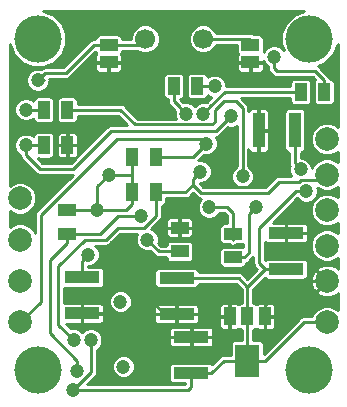
<source format=gbr>
G04 #@! TF.GenerationSoftware,KiCad,Pcbnew,(5.0.0)*
G04 #@! TF.CreationDate,2018-11-29T21:10:00+03:00*
G04 #@! TF.ProjectId,aks,616B732E6B696361645F706362000000,rev?*
G04 #@! TF.SameCoordinates,Original*
G04 #@! TF.FileFunction,Copper,L2,Bot,Signal*
G04 #@! TF.FilePolarity,Positive*
%FSLAX46Y46*%
G04 Gerber Fmt 4.6, Leading zero omitted, Abs format (unit mm)*
G04 Created by KiCad (PCBNEW (5.0.0)) date 11/29/18 21:10:00*
%MOMM*%
%LPD*%
G01*
G04 APERTURE LIST*
G04 #@! TA.AperFunction,ComponentPad*
%ADD10C,2.000000*%
G04 #@! TD*
G04 #@! TA.AperFunction,SMDPad,CuDef*
%ADD11R,3.000000X1.000000*%
G04 #@! TD*
G04 #@! TA.AperFunction,SMDPad,CuDef*
%ADD12R,1.000000X3.000000*%
G04 #@! TD*
G04 #@! TA.AperFunction,ComponentPad*
%ADD13C,4.000000*%
G04 #@! TD*
G04 #@! TA.AperFunction,SMDPad,CuDef*
%ADD14R,1.500000X1.000000*%
G04 #@! TD*
G04 #@! TA.AperFunction,SMDPad,CuDef*
%ADD15R,1.000000X1.500000*%
G04 #@! TD*
G04 #@! TA.AperFunction,SMDPad,CuDef*
%ADD16R,2.000000X2.750000*%
G04 #@! TD*
G04 #@! TA.AperFunction,ComponentPad*
%ADD17C,1.700000*%
G04 #@! TD*
G04 #@! TA.AperFunction,ViaPad*
%ADD18C,1.200000*%
G04 #@! TD*
G04 #@! TA.AperFunction,Conductor*
%ADD19C,0.250000*%
G04 #@! TD*
G04 APERTURE END LIST*
D10*
G04 #@! TO.P,XS8,1*
G04 #@! TO.N,reset*
X516000000Y-316000000D03*
G04 #@! TD*
D11*
G04 #@! TO.P,C6,2*
G04 #@! TO.N,Ucc*
X530500000Y-320298000D03*
G04 #@! TO.P,C6,1*
G04 #@! TO.N,GND*
X530500000Y-317250000D03*
G04 #@! TD*
G04 #@! TO.P,C7,2*
G04 #@! TO.N,Ucc*
X538500000Y-311500000D03*
G04 #@! TO.P,C7,1*
G04 #@! TO.N,GND*
X538500000Y-308452000D03*
G04 #@! TD*
D12*
G04 #@! TO.P,C3,2*
G04 #@! TO.N,GND*
X536202000Y-299750000D03*
G04 #@! TO.P,C3,1*
G04 #@! TO.N,Ucc*
X539250000Y-299750000D03*
G04 #@! TD*
D11*
G04 #@! TO.P,C4,2*
G04 #@! TO.N,Ucc*
X529250000Y-312250000D03*
G04 #@! TO.P,C4,1*
G04 #@! TO.N,GND*
X529250000Y-315298000D03*
G04 #@! TD*
G04 #@! TO.P,C5,2*
G04 #@! TO.N,Ucc*
X521250000Y-312202000D03*
G04 #@! TO.P,C5,1*
G04 #@! TO.N,GND*
X521250000Y-315250000D03*
G04 #@! TD*
D13*
G04 #@! TO.P,M3,*
G04 #@! TO.N,*
X540500000Y-292000000D03*
G04 #@! TD*
G04 #@! TO.P,M3,*
G04 #@! TO.N,*
X517500000Y-292000000D03*
G04 #@! TD*
G04 #@! TO.P,M3,*
G04 #@! TO.N,*
X540500000Y-320000000D03*
G04 #@! TD*
D10*
G04 #@! TO.P,XS1,1*
G04 #@! TO.N,Ucc*
X542000000Y-316000000D03*
G04 #@! TD*
G04 #@! TO.P,XS2,1*
G04 #@! TO.N,GND*
X542000000Y-312500000D03*
G04 #@! TD*
G04 #@! TO.P,XS3,1*
G04 #@! TO.N,MOSI*
X516000000Y-305500000D03*
G04 #@! TD*
G04 #@! TO.P,XS4,1*
G04 #@! TO.N,MISO*
X516000000Y-309000000D03*
G04 #@! TD*
G04 #@! TO.P,XS5,1*
G04 #@! TO.N,SCK*
X516000000Y-312500000D03*
G04 #@! TD*
G04 #@! TO.P,XS6,1*
G04 #@! TO.N,A*
X542000000Y-309500000D03*
G04 #@! TD*
G04 #@! TO.P,XS7,1*
G04 #@! TO.N,B*
X542000000Y-306500000D03*
G04 #@! TD*
D13*
G04 #@! TO.P,M3,*
G04 #@! TO.N,*
X517500000Y-320000000D03*
G04 #@! TD*
D14*
G04 #@! TO.P,C1,1*
G04 #@! TO.N,GND*
X535500000Y-294000000D03*
G04 #@! TO.P,C1,2*
G04 #@! TO.N,Net-(C1-Pad2)*
X535500000Y-292500000D03*
G04 #@! TD*
G04 #@! TO.P,C2,2*
G04 #@! TO.N,Net-(C2-Pad2)*
X523500000Y-292500000D03*
G04 #@! TO.P,C2,1*
G04 #@! TO.N,GND*
X523500000Y-294000000D03*
G04 #@! TD*
D15*
G04 #@! TO.P,R1,1*
G04 #@! TO.N,Net-(DD1-Pad1)*
X541750000Y-296500000D03*
G04 #@! TO.P,R1,2*
G04 #@! TO.N,RX*
X539750000Y-296500000D03*
G04 #@! TD*
G04 #@! TO.P,R2,2*
G04 #@! TO.N,TX*
X529000000Y-296000000D03*
G04 #@! TO.P,R2,1*
G04 #@! TO.N,Net-(DD1-Pad4)*
X531000000Y-296000000D03*
G04 #@! TD*
G04 #@! TO.P,R3,1*
G04 #@! TO.N,GND*
X520000000Y-301000000D03*
G04 #@! TO.P,R3,2*
G04 #@! TO.N,EN*
X518000000Y-301000000D03*
G04 #@! TD*
D14*
G04 #@! TO.P,R4,1*
G04 #@! TO.N,Ucc*
X520000000Y-306500000D03*
G04 #@! TO.P,R4,2*
G04 #@! TO.N,SDA*
X520000000Y-308500000D03*
G04 #@! TD*
D15*
G04 #@! TO.P,R5,2*
G04 #@! TO.N,SCL*
X527500000Y-305000000D03*
G04 #@! TO.P,R5,1*
G04 #@! TO.N,Ucc*
X525500000Y-305000000D03*
G04 #@! TD*
G04 #@! TO.P,R6,2*
G04 #@! TO.N,Ucc*
X525500000Y-302000000D03*
G04 #@! TO.P,R6,1*
G04 #@! TO.N,reset*
X527500000Y-302000000D03*
G04 #@! TD*
G04 #@! TO.P,R7,1*
G04 #@! TO.N,HL1*
X518000000Y-298000000D03*
G04 #@! TO.P,R7,2*
G04 #@! TO.N,Net-(HL1-Pad1)*
X520000000Y-298000000D03*
G04 #@! TD*
D14*
G04 #@! TO.P,R8,1*
G04 #@! TO.N,Net-(HL3-Pad1)*
X529500000Y-310000000D03*
G04 #@! TO.P,R8,2*
G04 #@! TO.N,GND*
X529500000Y-308000000D03*
G04 #@! TD*
G04 #@! TO.P,R9,2*
G04 #@! TO.N,Net-(HL2-Pad1)*
X534000000Y-310500000D03*
G04 #@! TO.P,R9,1*
G04 #@! TO.N,GND1*
X534000000Y-308500000D03*
G04 #@! TD*
D15*
G04 #@! TO.P,VD1,1*
G04 #@! TO.N,GND*
X536750000Y-315500000D03*
X533750000Y-315500000D03*
G04 #@! TO.P,VD1,2*
G04 #@! TO.N,Ucc*
X535250000Y-315500000D03*
D16*
X535250000Y-319250000D03*
G04 #@! TD*
D17*
G04 #@! TO.P,ZQ1,2*
G04 #@! TO.N,Net-(C2-Pad2)*
X526600000Y-292000000D03*
G04 #@! TO.P,ZQ1,1*
G04 #@! TO.N,Net-(C1-Pad2)*
X531500000Y-292000000D03*
G04 #@! TD*
D10*
G04 #@! TO.P,XS9,1*
G04 #@! TO.N,SDA*
X542000000Y-300500000D03*
G04 #@! TD*
G04 #@! TO.P,XS10,1*
G04 #@! TO.N,SCL*
X542000000Y-303500000D03*
G04 #@! TD*
D18*
G04 #@! TO.N,*
X524750000Y-319750000D03*
X524500000Y-314250000D03*
G04 #@! TO.N,GND*
X529500000Y-293500000D03*
X534000000Y-313500000D03*
X524500000Y-309500000D03*
X531798512Y-314106674D03*
X533451791Y-303851955D03*
G04 #@! TO.N,Net-(C2-Pad2)*
X517500000Y-295500000D03*
G04 #@! TO.N,Net-(DD1-Pad4)*
X532500000Y-296000000D03*
G04 #@! TO.N,EN*
X516500000Y-301000000D03*
X533824990Y-298551924D03*
G04 #@! TO.N,Net-(DD1-Pad1)*
X537500000Y-293500000D03*
G04 #@! TO.N,HL1*
X516500000Y-298000000D03*
G04 #@! TO.N,SDA*
X526220919Y-306970919D03*
X520845919Y-320095919D03*
G04 #@! TO.N,SCL*
X520527939Y-317469776D03*
X531250000Y-303250000D03*
G04 #@! TO.N,RX*
X531513103Y-298324990D03*
G04 #@! TO.N,TX*
X530051924Y-298324990D03*
G04 #@! TO.N,Net-(HL1-Pad1)*
X534836362Y-303644604D03*
G04 #@! TO.N,Ucc*
X522500000Y-306500000D03*
X522000000Y-317500000D03*
X520500000Y-321750000D03*
X521779081Y-310279081D03*
X523500000Y-303500000D03*
X539756710Y-303043971D03*
X540224657Y-304893674D03*
G04 #@! TO.N,Net-(HL3-Pad1)*
X526750000Y-309000000D03*
G04 #@! TO.N,Net-(HL2-Pad1)*
X536000000Y-306250000D03*
G04 #@! TO.N,reset*
X531780003Y-300875021D03*
G04 #@! TO.N,GND1*
X532000000Y-306250000D03*
G04 #@! TD*
D19*
G04 #@! TO.N,Net-(C1-Pad2)*
X531500000Y-292000000D02*
X535500000Y-292000000D01*
G04 #@! TO.N,GND*
X535500000Y-294000000D02*
X530000000Y-294000000D01*
X530000000Y-294000000D02*
X529500000Y-293500000D01*
X534000000Y-315250000D02*
X533750000Y-315500000D01*
X529500000Y-317250000D02*
X529452000Y-317202000D01*
X540250000Y-308452000D02*
X538500000Y-308452000D01*
X540500000Y-308702000D02*
X540250000Y-308452000D01*
X540500000Y-311000000D02*
X540500000Y-308702000D01*
X542000000Y-312500000D02*
X540500000Y-311000000D01*
X530500000Y-317250000D02*
X527500000Y-317250000D01*
X533750000Y-313750000D02*
X534000000Y-313500000D01*
X533750000Y-315500000D02*
X533750000Y-313750000D01*
X529250000Y-315298000D02*
X531452000Y-315298000D01*
X531455714Y-315298000D02*
X531452000Y-315298000D01*
X531798512Y-314955202D02*
X531455714Y-315298000D01*
X531798512Y-314106674D02*
X531798512Y-314955202D01*
X521298000Y-315298000D02*
X521250000Y-315250000D01*
X530500000Y-317250000D02*
X526250000Y-317250000D01*
X526250000Y-317250000D02*
X525250000Y-316250000D01*
X525250000Y-315798000D02*
X524750000Y-315298000D01*
X525250000Y-316250000D02*
X525250000Y-315798000D01*
X524750000Y-315298000D02*
X521298000Y-315298000D01*
X525250000Y-315798000D02*
X525750000Y-315298000D01*
X529250000Y-315298000D02*
X525750000Y-315298000D01*
X524500000Y-310348528D02*
X524500000Y-309500000D01*
X524500000Y-311548000D02*
X524500000Y-310348528D01*
X528250000Y-315298000D02*
X524500000Y-311548000D01*
X529250000Y-315298000D02*
X528250000Y-315298000D01*
X536202000Y-303647968D02*
X535280363Y-304569605D01*
X534169441Y-304569605D02*
X534051790Y-304451954D01*
X536202000Y-299750000D02*
X536202000Y-303647968D01*
X535280363Y-304569605D02*
X534169441Y-304569605D01*
X534051790Y-304451954D02*
X533451791Y-303851955D01*
X536750000Y-315500000D02*
X536750000Y-314500000D01*
X536750000Y-314500000D02*
X538750000Y-312500000D01*
X538750000Y-312500000D02*
X542000000Y-312500000D01*
G04 #@! TO.N,Net-(C2-Pad2)*
X517500000Y-295500000D02*
X518000000Y-295500000D01*
X518099999Y-294900001D02*
X519849999Y-294900001D01*
X517500000Y-295500000D02*
X518099999Y-294900001D01*
X522250000Y-292500000D02*
X523500000Y-292500000D01*
X519849999Y-294900001D02*
X522250000Y-292500000D01*
X526100000Y-292500000D02*
X526600000Y-292000000D01*
X523500000Y-292500000D02*
X526100000Y-292500000D01*
G04 #@! TO.N,Net-(DD1-Pad4)*
X532500000Y-296000000D02*
X531000000Y-296000000D01*
G04 #@! TO.N,EN*
X518000000Y-301000000D02*
X516500000Y-301000000D01*
X532576923Y-299799991D02*
X533824990Y-298551924D01*
X523700009Y-299799991D02*
X532576923Y-299799991D01*
X520500000Y-303000000D02*
X523700009Y-299799991D01*
X517651472Y-303000000D02*
X520500000Y-303000000D01*
X516500000Y-301848528D02*
X517651472Y-303000000D01*
X516500000Y-301000000D02*
X516500000Y-301848528D01*
G04 #@! TO.N,Net-(DD1-Pad1)*
X541750000Y-295500000D02*
X541000000Y-294750000D01*
X541750000Y-296500000D02*
X541750000Y-295500000D01*
X541000000Y-294750000D02*
X537750000Y-294750000D01*
X537500000Y-294500000D02*
X537500000Y-293500000D01*
X537750000Y-294750000D02*
X537500000Y-294500000D01*
G04 #@! TO.N,HL1*
X516500000Y-298000000D02*
X518000000Y-298000000D01*
G04 #@! TO.N,SDA*
X524279081Y-306970919D02*
X525372391Y-306970919D01*
X520000000Y-308500000D02*
X522750000Y-308500000D01*
X522750000Y-308500000D02*
X524279081Y-306970919D01*
X525372391Y-306970919D02*
X526220919Y-306970919D01*
X518500000Y-316901472D02*
X520845919Y-319247391D01*
X520845919Y-319247391D02*
X520845919Y-320095919D01*
X518500000Y-310750000D02*
X518500000Y-316901472D01*
X520000000Y-309250000D02*
X518500000Y-310750000D01*
X520000000Y-308500000D02*
X520000000Y-309250000D01*
G04 #@! TO.N,SCL*
X530650001Y-303849999D02*
X530650001Y-304349999D01*
X531250000Y-303250000D02*
X530650001Y-303849999D01*
X530000000Y-305000000D02*
X527500000Y-305000000D01*
X530650001Y-304349999D02*
X530000000Y-305000000D01*
X541531328Y-303968672D02*
X539780655Y-303968672D01*
X539780655Y-303968672D02*
X539655655Y-304093672D01*
X531319618Y-305019616D02*
X530650001Y-304349999D01*
X542000000Y-303500000D02*
X541531328Y-303968672D01*
X536980384Y-305019616D02*
X531319618Y-305019616D01*
X539655655Y-304093672D02*
X537906328Y-304093672D01*
X537906328Y-304093672D02*
X536980384Y-305019616D01*
X526500000Y-308000000D02*
X527500000Y-307000000D01*
X520527939Y-317469776D02*
X519250000Y-316191837D01*
X519250000Y-316191837D02*
X519250000Y-311250000D01*
X527500000Y-307000000D02*
X527500000Y-305000000D01*
X519250000Y-311250000D02*
X521500000Y-309000000D01*
X521500000Y-309000000D02*
X523250000Y-309000000D01*
X523250000Y-309000000D02*
X524250000Y-308000000D01*
X524250000Y-308000000D02*
X526500000Y-308000000D01*
G04 #@! TO.N,RX*
X533338093Y-296500000D02*
X532113102Y-297724991D01*
X532113102Y-297724991D02*
X531513103Y-298324990D01*
X539750000Y-296500000D02*
X533338093Y-296500000D01*
G04 #@! TO.N,TX*
X529451925Y-297724991D02*
X530051924Y-298324990D01*
X529000000Y-296000000D02*
X529000000Y-297273066D01*
X529000000Y-297273066D02*
X529451925Y-297724991D01*
G04 #@! TO.N,Net-(HL1-Pad1)*
X532500000Y-299000000D02*
X532500000Y-298000000D01*
X532250000Y-299250000D02*
X532500000Y-299000000D01*
X534250000Y-297250000D02*
X534836362Y-297836362D01*
X525750000Y-299250000D02*
X532250000Y-299250000D01*
X532500000Y-298000000D02*
X533250000Y-297250000D01*
X534836362Y-297836362D02*
X534836362Y-302796076D01*
X524500000Y-298000000D02*
X525750000Y-299250000D01*
X520000000Y-298000000D02*
X524500000Y-298000000D01*
X533250000Y-297250000D02*
X534250000Y-297250000D01*
X534836362Y-302796076D02*
X534836362Y-303644604D01*
G04 #@! TO.N,Ucc*
X525500000Y-305000000D02*
X525500000Y-306000000D01*
X525500000Y-306000000D02*
X525000000Y-306500000D01*
X522500000Y-306500000D02*
X523500000Y-306500000D01*
X523500000Y-306500000D02*
X525000000Y-306500000D01*
X522500000Y-306500000D02*
X522500000Y-306500000D01*
X520000000Y-306500000D02*
X522500000Y-306500000D01*
X525000000Y-306500000D02*
X525500000Y-306000000D01*
X525500000Y-302000000D02*
X525500000Y-303500000D01*
X525500000Y-303500000D02*
X525500000Y-305000000D01*
X533250000Y-319250000D02*
X532250000Y-320250000D01*
X535250000Y-319250000D02*
X533250000Y-319250000D01*
X532202000Y-320298000D02*
X532250000Y-320250000D01*
X529500000Y-320298000D02*
X532202000Y-320298000D01*
X529452000Y-320250000D02*
X529500000Y-320298000D01*
X535250000Y-319250000D02*
X536750000Y-319250000D01*
X540000000Y-316000000D02*
X542000000Y-316000000D01*
X536750000Y-319250000D02*
X540000000Y-316000000D01*
X535250000Y-315500000D02*
X535250000Y-315250000D01*
X535250000Y-315500000D02*
X535250000Y-314500000D01*
X535250000Y-315500000D02*
X535250000Y-319250000D01*
X521250000Y-310808162D02*
X521779081Y-310279081D01*
X521250000Y-312202000D02*
X521250000Y-310808162D01*
X520500000Y-321750000D02*
X530250000Y-321750000D01*
X530500000Y-321500000D02*
X530500000Y-320298000D01*
X530250000Y-321750000D02*
X530500000Y-321500000D01*
X522000000Y-320250000D02*
X520500000Y-321750000D01*
X522000000Y-317500000D02*
X522000000Y-320250000D01*
X529202000Y-312202000D02*
X529250000Y-312250000D01*
X525500000Y-303500000D02*
X523500000Y-303500000D01*
X522500000Y-304500000D02*
X523500000Y-303500000D01*
X522500000Y-306500000D02*
X522500000Y-304500000D01*
X539250000Y-299750000D02*
X539250000Y-302537261D01*
X539250000Y-302537261D02*
X539756710Y-303043971D01*
X539376129Y-304893674D02*
X540224657Y-304893674D01*
X536250000Y-308019803D02*
X539376129Y-304893674D01*
X536750000Y-311500000D02*
X535250000Y-313000000D01*
X538500000Y-311500000D02*
X536750000Y-311500000D01*
X535250000Y-313000000D02*
X534500000Y-312250000D01*
X535250000Y-313500000D02*
X535250000Y-313000000D01*
X535250000Y-313500000D02*
X535250000Y-315500000D01*
X529250000Y-312250000D02*
X534500000Y-312250000D01*
X536250000Y-311000000D02*
X536750000Y-311500000D01*
X536250000Y-310000000D02*
X536250000Y-311000000D01*
X536250000Y-310000000D02*
X536250000Y-308019803D01*
G04 #@! TO.N,Net-(HL3-Pad1)*
X527750000Y-310000000D02*
X526750000Y-309000000D01*
X529500000Y-310000000D02*
X527750000Y-310000000D01*
G04 #@! TO.N,Net-(HL2-Pad1)*
X535000000Y-310500000D02*
X534000000Y-310500000D01*
X535400001Y-310099999D02*
X535000000Y-310500000D01*
X535400001Y-306849999D02*
X535400001Y-310099999D01*
X536000000Y-306250000D02*
X535400001Y-306849999D01*
G04 #@! TO.N,reset*
X531180004Y-301475020D02*
X531780003Y-300875021D01*
X530655024Y-302000000D02*
X531180004Y-301475020D01*
X527500000Y-302000000D02*
X530655024Y-302000000D01*
X517750000Y-314250000D02*
X516000000Y-316000000D01*
X517750000Y-306914998D02*
X517750000Y-314250000D01*
X524164998Y-300500000D02*
X517750000Y-306914998D01*
X531750000Y-300500000D02*
X524164998Y-300500000D01*
X531780003Y-300875021D02*
X531780003Y-300530003D01*
X531780003Y-300530003D02*
X531750000Y-300500000D01*
G04 #@! TO.N,GND1*
X534000000Y-309000000D02*
X534000000Y-306750000D01*
X533500000Y-306250000D02*
X532000000Y-306250000D01*
X534000000Y-306750000D02*
X533500000Y-306250000D01*
G04 #@! TD*
G04 #@! TO.N,GND*
G36*
X530931243Y-305338348D02*
X530959138Y-305380096D01*
X531124528Y-305490605D01*
X531270375Y-305519616D01*
X531270376Y-305519616D01*
X531319617Y-305529411D01*
X531347222Y-305523920D01*
X531173435Y-305697707D01*
X531025000Y-306056061D01*
X531025000Y-306443939D01*
X531173435Y-306802293D01*
X531447707Y-307076565D01*
X531806061Y-307225000D01*
X532193939Y-307225000D01*
X532552293Y-307076565D01*
X532826565Y-306802293D01*
X532848225Y-306750000D01*
X533292894Y-306750000D01*
X533500001Y-306957108D01*
X533500001Y-307617654D01*
X533250000Y-307617654D01*
X533103683Y-307646758D01*
X532979641Y-307729641D01*
X532896758Y-307853683D01*
X532867654Y-308000000D01*
X532867654Y-309000000D01*
X532896758Y-309146317D01*
X532979641Y-309270359D01*
X533103683Y-309353242D01*
X533250000Y-309382346D01*
X533672245Y-309382346D01*
X533804910Y-309470989D01*
X534000000Y-309509795D01*
X534195089Y-309470989D01*
X534327755Y-309382346D01*
X534750000Y-309382346D01*
X534896317Y-309353242D01*
X534900002Y-309350780D01*
X534900002Y-309649220D01*
X534896317Y-309646758D01*
X534750000Y-309617654D01*
X533250000Y-309617654D01*
X533103683Y-309646758D01*
X532979641Y-309729641D01*
X532896758Y-309853683D01*
X532867654Y-310000000D01*
X532867654Y-311000000D01*
X532896758Y-311146317D01*
X532979641Y-311270359D01*
X533103683Y-311353242D01*
X533250000Y-311382346D01*
X534750000Y-311382346D01*
X534896317Y-311353242D01*
X535020359Y-311270359D01*
X535103242Y-311146317D01*
X535132346Y-311000000D01*
X535132346Y-310983470D01*
X535195090Y-310970989D01*
X535360480Y-310860480D01*
X535388376Y-310818730D01*
X535718733Y-310488374D01*
X535750000Y-310467482D01*
X535750001Y-310950754D01*
X535740205Y-311000000D01*
X535769310Y-311146317D01*
X535779012Y-311195090D01*
X535889521Y-311360480D01*
X535931268Y-311388374D01*
X536042893Y-311500000D01*
X535250000Y-312292894D01*
X534888376Y-311931270D01*
X534860480Y-311889520D01*
X534695090Y-311779011D01*
X534549243Y-311750000D01*
X534549241Y-311750000D01*
X534500000Y-311740205D01*
X534450759Y-311750000D01*
X531132346Y-311750000D01*
X531103242Y-311603683D01*
X531020359Y-311479641D01*
X530896317Y-311396758D01*
X530750000Y-311367654D01*
X527750000Y-311367654D01*
X527603683Y-311396758D01*
X527479641Y-311479641D01*
X527396758Y-311603683D01*
X527367654Y-311750000D01*
X527367654Y-312750000D01*
X527396758Y-312896317D01*
X527479641Y-313020359D01*
X527603683Y-313103242D01*
X527750000Y-313132346D01*
X530750000Y-313132346D01*
X530896317Y-313103242D01*
X531020359Y-313020359D01*
X531103242Y-312896317D01*
X531132346Y-312750000D01*
X534292894Y-312750000D01*
X534750001Y-313207107D01*
X534750000Y-313450757D01*
X534750000Y-314367654D01*
X534603683Y-314396758D01*
X534497823Y-314467492D01*
X534462420Y-314432090D01*
X534324592Y-314375000D01*
X533868750Y-314375000D01*
X533775000Y-314468750D01*
X533775000Y-315475000D01*
X533795000Y-315475000D01*
X533795000Y-315525000D01*
X533775000Y-315525000D01*
X533775000Y-316531250D01*
X533868750Y-316625000D01*
X534324592Y-316625000D01*
X534462420Y-316567910D01*
X534497823Y-316532508D01*
X534603683Y-316603242D01*
X534750000Y-316632346D01*
X534750001Y-317492654D01*
X534250000Y-317492654D01*
X534103683Y-317521758D01*
X533979641Y-317604641D01*
X533896758Y-317728683D01*
X533867654Y-317875000D01*
X533867654Y-318750000D01*
X533299246Y-318750000D01*
X533250000Y-318740204D01*
X533068026Y-318776402D01*
X533054910Y-318779011D01*
X532889520Y-318889520D01*
X532861626Y-318931267D01*
X532267298Y-319525596D01*
X532146317Y-319444758D01*
X532000000Y-319415654D01*
X529000000Y-319415654D01*
X528853683Y-319444758D01*
X528729641Y-319527641D01*
X528646758Y-319651683D01*
X528617654Y-319798000D01*
X528617654Y-320798000D01*
X528646758Y-320944317D01*
X528729641Y-321068359D01*
X528853683Y-321151242D01*
X529000000Y-321180346D01*
X530000000Y-321180346D01*
X530000000Y-321250000D01*
X521707107Y-321250000D01*
X522318732Y-320638375D01*
X522360480Y-320610480D01*
X522470989Y-320445090D01*
X522500000Y-320299243D01*
X522500000Y-320299242D01*
X522509795Y-320250001D01*
X522500000Y-320200760D01*
X522500000Y-319556061D01*
X523775000Y-319556061D01*
X523775000Y-319943939D01*
X523923435Y-320302293D01*
X524197707Y-320576565D01*
X524556061Y-320725000D01*
X524943939Y-320725000D01*
X525302293Y-320576565D01*
X525576565Y-320302293D01*
X525725000Y-319943939D01*
X525725000Y-319556061D01*
X525576565Y-319197707D01*
X525302293Y-318923435D01*
X524943939Y-318775000D01*
X524556061Y-318775000D01*
X524197707Y-318923435D01*
X523923435Y-319197707D01*
X523775000Y-319556061D01*
X522500000Y-319556061D01*
X522500000Y-318348225D01*
X522552293Y-318326565D01*
X522826565Y-318052293D01*
X522975000Y-317693939D01*
X522975000Y-317368750D01*
X528625000Y-317368750D01*
X528625000Y-317824592D01*
X528682090Y-317962420D01*
X528787579Y-318067910D01*
X528925408Y-318125000D01*
X530381250Y-318125000D01*
X530475000Y-318031250D01*
X530475000Y-317275000D01*
X530525000Y-317275000D01*
X530525000Y-318031250D01*
X530618750Y-318125000D01*
X532074592Y-318125000D01*
X532212421Y-318067910D01*
X532317910Y-317962420D01*
X532375000Y-317824592D01*
X532375000Y-317368750D01*
X532281250Y-317275000D01*
X530525000Y-317275000D01*
X530475000Y-317275000D01*
X528718750Y-317275000D01*
X528625000Y-317368750D01*
X522975000Y-317368750D01*
X522975000Y-317306061D01*
X522826565Y-316947707D01*
X522554266Y-316675408D01*
X528625000Y-316675408D01*
X528625000Y-317131250D01*
X528718750Y-317225000D01*
X530475000Y-317225000D01*
X530475000Y-316468750D01*
X530525000Y-316468750D01*
X530525000Y-317225000D01*
X532281250Y-317225000D01*
X532375000Y-317131250D01*
X532375000Y-316675408D01*
X532317910Y-316537580D01*
X532212421Y-316432090D01*
X532074592Y-316375000D01*
X530618750Y-316375000D01*
X530525000Y-316468750D01*
X530475000Y-316468750D01*
X530381250Y-316375000D01*
X528925408Y-316375000D01*
X528787579Y-316432090D01*
X528682090Y-316537580D01*
X528625000Y-316675408D01*
X522554266Y-316675408D01*
X522552293Y-316673435D01*
X522193939Y-316525000D01*
X521806061Y-316525000D01*
X521447707Y-316673435D01*
X521279082Y-316842061D01*
X521080232Y-316643211D01*
X520721878Y-316494776D01*
X520334000Y-316494776D01*
X520281706Y-316516437D01*
X519890269Y-316125000D01*
X521131250Y-316125000D01*
X521225000Y-316031250D01*
X521225000Y-315275000D01*
X521275000Y-315275000D01*
X521275000Y-316031250D01*
X521368750Y-316125000D01*
X522824592Y-316125000D01*
X522962421Y-316067910D01*
X523067910Y-315962420D01*
X523125000Y-315824592D01*
X523125000Y-315416750D01*
X527375000Y-315416750D01*
X527375000Y-315872592D01*
X527432090Y-316010420D01*
X527537579Y-316115910D01*
X527675408Y-316173000D01*
X529131250Y-316173000D01*
X529225000Y-316079250D01*
X529225000Y-315323000D01*
X529275000Y-315323000D01*
X529275000Y-316079250D01*
X529368750Y-316173000D01*
X530824592Y-316173000D01*
X530962421Y-316115910D01*
X531067910Y-316010420D01*
X531125000Y-315872592D01*
X531125000Y-315618750D01*
X532875000Y-315618750D01*
X532875000Y-316324592D01*
X532932090Y-316462421D01*
X533037580Y-316567910D01*
X533175408Y-316625000D01*
X533631250Y-316625000D01*
X533725000Y-316531250D01*
X533725000Y-315525000D01*
X532968750Y-315525000D01*
X532875000Y-315618750D01*
X531125000Y-315618750D01*
X531125000Y-315416750D01*
X531031250Y-315323000D01*
X529275000Y-315323000D01*
X529225000Y-315323000D01*
X527468750Y-315323000D01*
X527375000Y-315416750D01*
X523125000Y-315416750D01*
X523125000Y-315368750D01*
X523031250Y-315275000D01*
X521275000Y-315275000D01*
X521225000Y-315275000D01*
X521205000Y-315275000D01*
X521205000Y-315225000D01*
X521225000Y-315225000D01*
X521225000Y-314468750D01*
X521275000Y-314468750D01*
X521275000Y-315225000D01*
X523031250Y-315225000D01*
X523125000Y-315131250D01*
X523125000Y-314675408D01*
X523067910Y-314537580D01*
X522962421Y-314432090D01*
X522824592Y-314375000D01*
X521368750Y-314375000D01*
X521275000Y-314468750D01*
X521225000Y-314468750D01*
X521131250Y-314375000D01*
X519750000Y-314375000D01*
X519750000Y-314056061D01*
X523525000Y-314056061D01*
X523525000Y-314443939D01*
X523673435Y-314802293D01*
X523947707Y-315076565D01*
X524306061Y-315225000D01*
X524693939Y-315225000D01*
X525052293Y-315076565D01*
X525326565Y-314802293D01*
X525359240Y-314723408D01*
X527375000Y-314723408D01*
X527375000Y-315179250D01*
X527468750Y-315273000D01*
X529225000Y-315273000D01*
X529225000Y-314516750D01*
X529275000Y-314516750D01*
X529275000Y-315273000D01*
X531031250Y-315273000D01*
X531125000Y-315179250D01*
X531125000Y-314723408D01*
X531105118Y-314675408D01*
X532875000Y-314675408D01*
X532875000Y-315381250D01*
X532968750Y-315475000D01*
X533725000Y-315475000D01*
X533725000Y-314468750D01*
X533631250Y-314375000D01*
X533175408Y-314375000D01*
X533037580Y-314432090D01*
X532932090Y-314537579D01*
X532875000Y-314675408D01*
X531105118Y-314675408D01*
X531067910Y-314585580D01*
X530962421Y-314480090D01*
X530824592Y-314423000D01*
X529368750Y-314423000D01*
X529275000Y-314516750D01*
X529225000Y-314516750D01*
X529131250Y-314423000D01*
X527675408Y-314423000D01*
X527537579Y-314480090D01*
X527432090Y-314585580D01*
X527375000Y-314723408D01*
X525359240Y-314723408D01*
X525475000Y-314443939D01*
X525475000Y-314056061D01*
X525326565Y-313697707D01*
X525052293Y-313423435D01*
X524693939Y-313275000D01*
X524306061Y-313275000D01*
X523947707Y-313423435D01*
X523673435Y-313697707D01*
X523525000Y-314056061D01*
X519750000Y-314056061D01*
X519750000Y-313084346D01*
X522750000Y-313084346D01*
X522896317Y-313055242D01*
X523020359Y-312972359D01*
X523103242Y-312848317D01*
X523132346Y-312702000D01*
X523132346Y-311702000D01*
X523103242Y-311555683D01*
X523020359Y-311431641D01*
X522896317Y-311348758D01*
X522750000Y-311319654D01*
X521750000Y-311319654D01*
X521750000Y-311254081D01*
X521973020Y-311254081D01*
X522331374Y-311105646D01*
X522605646Y-310831374D01*
X522754081Y-310473020D01*
X522754081Y-310085142D01*
X522605646Y-309726788D01*
X522378858Y-309500000D01*
X523200759Y-309500000D01*
X523250000Y-309509795D01*
X523299241Y-309500000D01*
X523299243Y-309500000D01*
X523445090Y-309470989D01*
X523610480Y-309360480D01*
X523638376Y-309318730D01*
X524457107Y-308500000D01*
X525901775Y-308500000D01*
X525775000Y-308806061D01*
X525775000Y-309193939D01*
X525923435Y-309552293D01*
X526197707Y-309826565D01*
X526556061Y-309975000D01*
X526943939Y-309975000D01*
X526996233Y-309953339D01*
X527361625Y-310318732D01*
X527389520Y-310360480D01*
X527520028Y-310447682D01*
X527554910Y-310470989D01*
X527750000Y-310509796D01*
X527799246Y-310500000D01*
X528367654Y-310500000D01*
X528396758Y-310646317D01*
X528479641Y-310770359D01*
X528603683Y-310853242D01*
X528750000Y-310882346D01*
X530250000Y-310882346D01*
X530396317Y-310853242D01*
X530520359Y-310770359D01*
X530603242Y-310646317D01*
X530632346Y-310500000D01*
X530632346Y-309500000D01*
X530603242Y-309353683D01*
X530520359Y-309229641D01*
X530396317Y-309146758D01*
X530250000Y-309117654D01*
X528750000Y-309117654D01*
X528603683Y-309146758D01*
X528479641Y-309229641D01*
X528396758Y-309353683D01*
X528367654Y-309500000D01*
X527957107Y-309500000D01*
X527703339Y-309246233D01*
X527725000Y-309193939D01*
X527725000Y-308806061D01*
X527576565Y-308447707D01*
X527302293Y-308173435D01*
X527170272Y-308118750D01*
X528375000Y-308118750D01*
X528375000Y-308574592D01*
X528432090Y-308712420D01*
X528537579Y-308817910D01*
X528675408Y-308875000D01*
X529381250Y-308875000D01*
X529475000Y-308781250D01*
X529475000Y-308025000D01*
X529525000Y-308025000D01*
X529525000Y-308781250D01*
X529618750Y-308875000D01*
X530324592Y-308875000D01*
X530462421Y-308817910D01*
X530567910Y-308712420D01*
X530625000Y-308574592D01*
X530625000Y-308118750D01*
X530531250Y-308025000D01*
X529525000Y-308025000D01*
X529475000Y-308025000D01*
X528468750Y-308025000D01*
X528375000Y-308118750D01*
X527170272Y-308118750D01*
X527112349Y-308094758D01*
X527781699Y-307425408D01*
X528375000Y-307425408D01*
X528375000Y-307881250D01*
X528468750Y-307975000D01*
X529475000Y-307975000D01*
X529475000Y-307218750D01*
X529525000Y-307218750D01*
X529525000Y-307975000D01*
X530531250Y-307975000D01*
X530625000Y-307881250D01*
X530625000Y-307425408D01*
X530567910Y-307287580D01*
X530462421Y-307182090D01*
X530324592Y-307125000D01*
X529618750Y-307125000D01*
X529525000Y-307218750D01*
X529475000Y-307218750D01*
X529381250Y-307125000D01*
X528675408Y-307125000D01*
X528537579Y-307182090D01*
X528432090Y-307287580D01*
X528375000Y-307425408D01*
X527781699Y-307425408D01*
X527818733Y-307388374D01*
X527860480Y-307360480D01*
X527970989Y-307195090D01*
X527973575Y-307182090D01*
X528009796Y-307000000D01*
X528000000Y-306950754D01*
X528000000Y-306132346D01*
X528146317Y-306103242D01*
X528270359Y-306020359D01*
X528353242Y-305896317D01*
X528382346Y-305750000D01*
X528382346Y-305500000D01*
X529950759Y-305500000D01*
X530000000Y-305509795D01*
X530049241Y-305500000D01*
X530049243Y-305500000D01*
X530195090Y-305470989D01*
X530360480Y-305360480D01*
X530388376Y-305318730D01*
X530650001Y-305057105D01*
X530931243Y-305338348D01*
X530931243Y-305338348D01*
G37*
X530931243Y-305338348D02*
X530959138Y-305380096D01*
X531124528Y-305490605D01*
X531270375Y-305519616D01*
X531270376Y-305519616D01*
X531319617Y-305529411D01*
X531347222Y-305523920D01*
X531173435Y-305697707D01*
X531025000Y-306056061D01*
X531025000Y-306443939D01*
X531173435Y-306802293D01*
X531447707Y-307076565D01*
X531806061Y-307225000D01*
X532193939Y-307225000D01*
X532552293Y-307076565D01*
X532826565Y-306802293D01*
X532848225Y-306750000D01*
X533292894Y-306750000D01*
X533500001Y-306957108D01*
X533500001Y-307617654D01*
X533250000Y-307617654D01*
X533103683Y-307646758D01*
X532979641Y-307729641D01*
X532896758Y-307853683D01*
X532867654Y-308000000D01*
X532867654Y-309000000D01*
X532896758Y-309146317D01*
X532979641Y-309270359D01*
X533103683Y-309353242D01*
X533250000Y-309382346D01*
X533672245Y-309382346D01*
X533804910Y-309470989D01*
X534000000Y-309509795D01*
X534195089Y-309470989D01*
X534327755Y-309382346D01*
X534750000Y-309382346D01*
X534896317Y-309353242D01*
X534900002Y-309350780D01*
X534900002Y-309649220D01*
X534896317Y-309646758D01*
X534750000Y-309617654D01*
X533250000Y-309617654D01*
X533103683Y-309646758D01*
X532979641Y-309729641D01*
X532896758Y-309853683D01*
X532867654Y-310000000D01*
X532867654Y-311000000D01*
X532896758Y-311146317D01*
X532979641Y-311270359D01*
X533103683Y-311353242D01*
X533250000Y-311382346D01*
X534750000Y-311382346D01*
X534896317Y-311353242D01*
X535020359Y-311270359D01*
X535103242Y-311146317D01*
X535132346Y-311000000D01*
X535132346Y-310983470D01*
X535195090Y-310970989D01*
X535360480Y-310860480D01*
X535388376Y-310818730D01*
X535718733Y-310488374D01*
X535750000Y-310467482D01*
X535750001Y-310950754D01*
X535740205Y-311000000D01*
X535769310Y-311146317D01*
X535779012Y-311195090D01*
X535889521Y-311360480D01*
X535931268Y-311388374D01*
X536042893Y-311500000D01*
X535250000Y-312292894D01*
X534888376Y-311931270D01*
X534860480Y-311889520D01*
X534695090Y-311779011D01*
X534549243Y-311750000D01*
X534549241Y-311750000D01*
X534500000Y-311740205D01*
X534450759Y-311750000D01*
X531132346Y-311750000D01*
X531103242Y-311603683D01*
X531020359Y-311479641D01*
X530896317Y-311396758D01*
X530750000Y-311367654D01*
X527750000Y-311367654D01*
X527603683Y-311396758D01*
X527479641Y-311479641D01*
X527396758Y-311603683D01*
X527367654Y-311750000D01*
X527367654Y-312750000D01*
X527396758Y-312896317D01*
X527479641Y-313020359D01*
X527603683Y-313103242D01*
X527750000Y-313132346D01*
X530750000Y-313132346D01*
X530896317Y-313103242D01*
X531020359Y-313020359D01*
X531103242Y-312896317D01*
X531132346Y-312750000D01*
X534292894Y-312750000D01*
X534750001Y-313207107D01*
X534750000Y-313450757D01*
X534750000Y-314367654D01*
X534603683Y-314396758D01*
X534497823Y-314467492D01*
X534462420Y-314432090D01*
X534324592Y-314375000D01*
X533868750Y-314375000D01*
X533775000Y-314468750D01*
X533775000Y-315475000D01*
X533795000Y-315475000D01*
X533795000Y-315525000D01*
X533775000Y-315525000D01*
X533775000Y-316531250D01*
X533868750Y-316625000D01*
X534324592Y-316625000D01*
X534462420Y-316567910D01*
X534497823Y-316532508D01*
X534603683Y-316603242D01*
X534750000Y-316632346D01*
X534750001Y-317492654D01*
X534250000Y-317492654D01*
X534103683Y-317521758D01*
X533979641Y-317604641D01*
X533896758Y-317728683D01*
X533867654Y-317875000D01*
X533867654Y-318750000D01*
X533299246Y-318750000D01*
X533250000Y-318740204D01*
X533068026Y-318776402D01*
X533054910Y-318779011D01*
X532889520Y-318889520D01*
X532861626Y-318931267D01*
X532267298Y-319525596D01*
X532146317Y-319444758D01*
X532000000Y-319415654D01*
X529000000Y-319415654D01*
X528853683Y-319444758D01*
X528729641Y-319527641D01*
X528646758Y-319651683D01*
X528617654Y-319798000D01*
X528617654Y-320798000D01*
X528646758Y-320944317D01*
X528729641Y-321068359D01*
X528853683Y-321151242D01*
X529000000Y-321180346D01*
X530000000Y-321180346D01*
X530000000Y-321250000D01*
X521707107Y-321250000D01*
X522318732Y-320638375D01*
X522360480Y-320610480D01*
X522470989Y-320445090D01*
X522500000Y-320299243D01*
X522500000Y-320299242D01*
X522509795Y-320250001D01*
X522500000Y-320200760D01*
X522500000Y-319556061D01*
X523775000Y-319556061D01*
X523775000Y-319943939D01*
X523923435Y-320302293D01*
X524197707Y-320576565D01*
X524556061Y-320725000D01*
X524943939Y-320725000D01*
X525302293Y-320576565D01*
X525576565Y-320302293D01*
X525725000Y-319943939D01*
X525725000Y-319556061D01*
X525576565Y-319197707D01*
X525302293Y-318923435D01*
X524943939Y-318775000D01*
X524556061Y-318775000D01*
X524197707Y-318923435D01*
X523923435Y-319197707D01*
X523775000Y-319556061D01*
X522500000Y-319556061D01*
X522500000Y-318348225D01*
X522552293Y-318326565D01*
X522826565Y-318052293D01*
X522975000Y-317693939D01*
X522975000Y-317368750D01*
X528625000Y-317368750D01*
X528625000Y-317824592D01*
X528682090Y-317962420D01*
X528787579Y-318067910D01*
X528925408Y-318125000D01*
X530381250Y-318125000D01*
X530475000Y-318031250D01*
X530475000Y-317275000D01*
X530525000Y-317275000D01*
X530525000Y-318031250D01*
X530618750Y-318125000D01*
X532074592Y-318125000D01*
X532212421Y-318067910D01*
X532317910Y-317962420D01*
X532375000Y-317824592D01*
X532375000Y-317368750D01*
X532281250Y-317275000D01*
X530525000Y-317275000D01*
X530475000Y-317275000D01*
X528718750Y-317275000D01*
X528625000Y-317368750D01*
X522975000Y-317368750D01*
X522975000Y-317306061D01*
X522826565Y-316947707D01*
X522554266Y-316675408D01*
X528625000Y-316675408D01*
X528625000Y-317131250D01*
X528718750Y-317225000D01*
X530475000Y-317225000D01*
X530475000Y-316468750D01*
X530525000Y-316468750D01*
X530525000Y-317225000D01*
X532281250Y-317225000D01*
X532375000Y-317131250D01*
X532375000Y-316675408D01*
X532317910Y-316537580D01*
X532212421Y-316432090D01*
X532074592Y-316375000D01*
X530618750Y-316375000D01*
X530525000Y-316468750D01*
X530475000Y-316468750D01*
X530381250Y-316375000D01*
X528925408Y-316375000D01*
X528787579Y-316432090D01*
X528682090Y-316537580D01*
X528625000Y-316675408D01*
X522554266Y-316675408D01*
X522552293Y-316673435D01*
X522193939Y-316525000D01*
X521806061Y-316525000D01*
X521447707Y-316673435D01*
X521279082Y-316842061D01*
X521080232Y-316643211D01*
X520721878Y-316494776D01*
X520334000Y-316494776D01*
X520281706Y-316516437D01*
X519890269Y-316125000D01*
X521131250Y-316125000D01*
X521225000Y-316031250D01*
X521225000Y-315275000D01*
X521275000Y-315275000D01*
X521275000Y-316031250D01*
X521368750Y-316125000D01*
X522824592Y-316125000D01*
X522962421Y-316067910D01*
X523067910Y-315962420D01*
X523125000Y-315824592D01*
X523125000Y-315416750D01*
X527375000Y-315416750D01*
X527375000Y-315872592D01*
X527432090Y-316010420D01*
X527537579Y-316115910D01*
X527675408Y-316173000D01*
X529131250Y-316173000D01*
X529225000Y-316079250D01*
X529225000Y-315323000D01*
X529275000Y-315323000D01*
X529275000Y-316079250D01*
X529368750Y-316173000D01*
X530824592Y-316173000D01*
X530962421Y-316115910D01*
X531067910Y-316010420D01*
X531125000Y-315872592D01*
X531125000Y-315618750D01*
X532875000Y-315618750D01*
X532875000Y-316324592D01*
X532932090Y-316462421D01*
X533037580Y-316567910D01*
X533175408Y-316625000D01*
X533631250Y-316625000D01*
X533725000Y-316531250D01*
X533725000Y-315525000D01*
X532968750Y-315525000D01*
X532875000Y-315618750D01*
X531125000Y-315618750D01*
X531125000Y-315416750D01*
X531031250Y-315323000D01*
X529275000Y-315323000D01*
X529225000Y-315323000D01*
X527468750Y-315323000D01*
X527375000Y-315416750D01*
X523125000Y-315416750D01*
X523125000Y-315368750D01*
X523031250Y-315275000D01*
X521275000Y-315275000D01*
X521225000Y-315275000D01*
X521205000Y-315275000D01*
X521205000Y-315225000D01*
X521225000Y-315225000D01*
X521225000Y-314468750D01*
X521275000Y-314468750D01*
X521275000Y-315225000D01*
X523031250Y-315225000D01*
X523125000Y-315131250D01*
X523125000Y-314675408D01*
X523067910Y-314537580D01*
X522962421Y-314432090D01*
X522824592Y-314375000D01*
X521368750Y-314375000D01*
X521275000Y-314468750D01*
X521225000Y-314468750D01*
X521131250Y-314375000D01*
X519750000Y-314375000D01*
X519750000Y-314056061D01*
X523525000Y-314056061D01*
X523525000Y-314443939D01*
X523673435Y-314802293D01*
X523947707Y-315076565D01*
X524306061Y-315225000D01*
X524693939Y-315225000D01*
X525052293Y-315076565D01*
X525326565Y-314802293D01*
X525359240Y-314723408D01*
X527375000Y-314723408D01*
X527375000Y-315179250D01*
X527468750Y-315273000D01*
X529225000Y-315273000D01*
X529225000Y-314516750D01*
X529275000Y-314516750D01*
X529275000Y-315273000D01*
X531031250Y-315273000D01*
X531125000Y-315179250D01*
X531125000Y-314723408D01*
X531105118Y-314675408D01*
X532875000Y-314675408D01*
X532875000Y-315381250D01*
X532968750Y-315475000D01*
X533725000Y-315475000D01*
X533725000Y-314468750D01*
X533631250Y-314375000D01*
X533175408Y-314375000D01*
X533037580Y-314432090D01*
X532932090Y-314537579D01*
X532875000Y-314675408D01*
X531105118Y-314675408D01*
X531067910Y-314585580D01*
X530962421Y-314480090D01*
X530824592Y-314423000D01*
X529368750Y-314423000D01*
X529275000Y-314516750D01*
X529225000Y-314516750D01*
X529131250Y-314423000D01*
X527675408Y-314423000D01*
X527537579Y-314480090D01*
X527432090Y-314585580D01*
X527375000Y-314723408D01*
X525359240Y-314723408D01*
X525475000Y-314443939D01*
X525475000Y-314056061D01*
X525326565Y-313697707D01*
X525052293Y-313423435D01*
X524693939Y-313275000D01*
X524306061Y-313275000D01*
X523947707Y-313423435D01*
X523673435Y-313697707D01*
X523525000Y-314056061D01*
X519750000Y-314056061D01*
X519750000Y-313084346D01*
X522750000Y-313084346D01*
X522896317Y-313055242D01*
X523020359Y-312972359D01*
X523103242Y-312848317D01*
X523132346Y-312702000D01*
X523132346Y-311702000D01*
X523103242Y-311555683D01*
X523020359Y-311431641D01*
X522896317Y-311348758D01*
X522750000Y-311319654D01*
X521750000Y-311319654D01*
X521750000Y-311254081D01*
X521973020Y-311254081D01*
X522331374Y-311105646D01*
X522605646Y-310831374D01*
X522754081Y-310473020D01*
X522754081Y-310085142D01*
X522605646Y-309726788D01*
X522378858Y-309500000D01*
X523200759Y-309500000D01*
X523250000Y-309509795D01*
X523299241Y-309500000D01*
X523299243Y-309500000D01*
X523445090Y-309470989D01*
X523610480Y-309360480D01*
X523638376Y-309318730D01*
X524457107Y-308500000D01*
X525901775Y-308500000D01*
X525775000Y-308806061D01*
X525775000Y-309193939D01*
X525923435Y-309552293D01*
X526197707Y-309826565D01*
X526556061Y-309975000D01*
X526943939Y-309975000D01*
X526996233Y-309953339D01*
X527361625Y-310318732D01*
X527389520Y-310360480D01*
X527520028Y-310447682D01*
X527554910Y-310470989D01*
X527750000Y-310509796D01*
X527799246Y-310500000D01*
X528367654Y-310500000D01*
X528396758Y-310646317D01*
X528479641Y-310770359D01*
X528603683Y-310853242D01*
X528750000Y-310882346D01*
X530250000Y-310882346D01*
X530396317Y-310853242D01*
X530520359Y-310770359D01*
X530603242Y-310646317D01*
X530632346Y-310500000D01*
X530632346Y-309500000D01*
X530603242Y-309353683D01*
X530520359Y-309229641D01*
X530396317Y-309146758D01*
X530250000Y-309117654D01*
X528750000Y-309117654D01*
X528603683Y-309146758D01*
X528479641Y-309229641D01*
X528396758Y-309353683D01*
X528367654Y-309500000D01*
X527957107Y-309500000D01*
X527703339Y-309246233D01*
X527725000Y-309193939D01*
X527725000Y-308806061D01*
X527576565Y-308447707D01*
X527302293Y-308173435D01*
X527170272Y-308118750D01*
X528375000Y-308118750D01*
X528375000Y-308574592D01*
X528432090Y-308712420D01*
X528537579Y-308817910D01*
X528675408Y-308875000D01*
X529381250Y-308875000D01*
X529475000Y-308781250D01*
X529475000Y-308025000D01*
X529525000Y-308025000D01*
X529525000Y-308781250D01*
X529618750Y-308875000D01*
X530324592Y-308875000D01*
X530462421Y-308817910D01*
X530567910Y-308712420D01*
X530625000Y-308574592D01*
X530625000Y-308118750D01*
X530531250Y-308025000D01*
X529525000Y-308025000D01*
X529475000Y-308025000D01*
X528468750Y-308025000D01*
X528375000Y-308118750D01*
X527170272Y-308118750D01*
X527112349Y-308094758D01*
X527781699Y-307425408D01*
X528375000Y-307425408D01*
X528375000Y-307881250D01*
X528468750Y-307975000D01*
X529475000Y-307975000D01*
X529475000Y-307218750D01*
X529525000Y-307218750D01*
X529525000Y-307975000D01*
X530531250Y-307975000D01*
X530625000Y-307881250D01*
X530625000Y-307425408D01*
X530567910Y-307287580D01*
X530462421Y-307182090D01*
X530324592Y-307125000D01*
X529618750Y-307125000D01*
X529525000Y-307218750D01*
X529475000Y-307218750D01*
X529381250Y-307125000D01*
X528675408Y-307125000D01*
X528537579Y-307182090D01*
X528432090Y-307287580D01*
X528375000Y-307425408D01*
X527781699Y-307425408D01*
X527818733Y-307388374D01*
X527860480Y-307360480D01*
X527970989Y-307195090D01*
X527973575Y-307182090D01*
X528009796Y-307000000D01*
X528000000Y-306950754D01*
X528000000Y-306132346D01*
X528146317Y-306103242D01*
X528270359Y-306020359D01*
X528353242Y-305896317D01*
X528382346Y-305750000D01*
X528382346Y-305500000D01*
X529950759Y-305500000D01*
X530000000Y-305509795D01*
X530049241Y-305500000D01*
X530049243Y-305500000D01*
X530195090Y-305470989D01*
X530360480Y-305360480D01*
X530388376Y-305318730D01*
X530650001Y-305057105D01*
X530931243Y-305338348D01*
G36*
X542875000Y-305430456D02*
X542778875Y-305334331D01*
X542273505Y-305125000D01*
X541726495Y-305125000D01*
X541221125Y-305334331D01*
X540834331Y-305721125D01*
X540625000Y-306226495D01*
X540625000Y-306773505D01*
X540834331Y-307278875D01*
X541221125Y-307665669D01*
X541726495Y-307875000D01*
X542273505Y-307875000D01*
X542778875Y-307665669D01*
X542875000Y-307569544D01*
X542875000Y-308430456D01*
X542778875Y-308334331D01*
X542273505Y-308125000D01*
X541726495Y-308125000D01*
X541221125Y-308334331D01*
X540834331Y-308721125D01*
X540625000Y-309226495D01*
X540625000Y-309773505D01*
X540834331Y-310278875D01*
X541221125Y-310665669D01*
X541726495Y-310875000D01*
X542273505Y-310875000D01*
X542778875Y-310665669D01*
X542875000Y-310569544D01*
X542875000Y-311493357D01*
X542803682Y-311351294D01*
X542302915Y-311131178D01*
X541756031Y-311119453D01*
X541246290Y-311317903D01*
X541196318Y-311351294D01*
X541092818Y-311557463D01*
X542000000Y-312464645D01*
X542014143Y-312450503D01*
X542049498Y-312485858D01*
X542035355Y-312500000D01*
X542049498Y-312514143D01*
X542014143Y-312549498D01*
X542000000Y-312535355D01*
X541092818Y-313442537D01*
X541196318Y-313648706D01*
X541697085Y-313868822D01*
X542243969Y-313880547D01*
X542753710Y-313682097D01*
X542803682Y-313648706D01*
X542875000Y-313506643D01*
X542875000Y-314930456D01*
X542778875Y-314834331D01*
X542273505Y-314625000D01*
X541726495Y-314625000D01*
X541221125Y-314834331D01*
X540834331Y-315221125D01*
X540718817Y-315500000D01*
X540049240Y-315500000D01*
X539999999Y-315490205D01*
X539950758Y-315500000D01*
X539950757Y-315500000D01*
X539804910Y-315529011D01*
X539639520Y-315639520D01*
X539611626Y-315681267D01*
X536632346Y-318660548D01*
X536632346Y-317875000D01*
X536603242Y-317728683D01*
X536520359Y-317604641D01*
X536396317Y-317521758D01*
X536250000Y-317492654D01*
X535750000Y-317492654D01*
X535750000Y-316632346D01*
X535896317Y-316603242D01*
X536002177Y-316532508D01*
X536037580Y-316567910D01*
X536175408Y-316625000D01*
X536631250Y-316625000D01*
X536725000Y-316531250D01*
X536725000Y-315525000D01*
X536775000Y-315525000D01*
X536775000Y-316531250D01*
X536868750Y-316625000D01*
X537324592Y-316625000D01*
X537462420Y-316567910D01*
X537567910Y-316462421D01*
X537625000Y-316324592D01*
X537625000Y-315618750D01*
X537531250Y-315525000D01*
X536775000Y-315525000D01*
X536725000Y-315525000D01*
X536705000Y-315525000D01*
X536705000Y-315475000D01*
X536725000Y-315475000D01*
X536725000Y-314468750D01*
X536775000Y-314468750D01*
X536775000Y-315475000D01*
X537531250Y-315475000D01*
X537625000Y-315381250D01*
X537625000Y-314675408D01*
X537567910Y-314537579D01*
X537462420Y-314432090D01*
X537324592Y-314375000D01*
X536868750Y-314375000D01*
X536775000Y-314468750D01*
X536725000Y-314468750D01*
X536631250Y-314375000D01*
X536175408Y-314375000D01*
X536037580Y-314432090D01*
X536002177Y-314467492D01*
X535896317Y-314396758D01*
X535750000Y-314367654D01*
X535750000Y-313207106D01*
X536213137Y-312743969D01*
X540619453Y-312743969D01*
X540817903Y-313253710D01*
X540851294Y-313303682D01*
X541057463Y-313407182D01*
X541964645Y-312500000D01*
X541057463Y-311592818D01*
X540851294Y-311696318D01*
X540631178Y-312197085D01*
X540619453Y-312743969D01*
X536213137Y-312743969D01*
X536712460Y-312244646D01*
X536729641Y-312270359D01*
X536853683Y-312353242D01*
X537000000Y-312382346D01*
X540000000Y-312382346D01*
X540146317Y-312353242D01*
X540270359Y-312270359D01*
X540353242Y-312146317D01*
X540382346Y-312000000D01*
X540382346Y-311000000D01*
X540353242Y-310853683D01*
X540270359Y-310729641D01*
X540146317Y-310646758D01*
X540000000Y-310617654D01*
X537000000Y-310617654D01*
X536853683Y-310646758D01*
X536750000Y-310716037D01*
X536750000Y-309232331D01*
X536787579Y-309269910D01*
X536925408Y-309327000D01*
X538381250Y-309327000D01*
X538475000Y-309233250D01*
X538475000Y-308477000D01*
X538525000Y-308477000D01*
X538525000Y-309233250D01*
X538618750Y-309327000D01*
X540074592Y-309327000D01*
X540212421Y-309269910D01*
X540317910Y-309164420D01*
X540375000Y-309026592D01*
X540375000Y-308570750D01*
X540281250Y-308477000D01*
X538525000Y-308477000D01*
X538475000Y-308477000D01*
X538455000Y-308477000D01*
X538455000Y-308427000D01*
X538475000Y-308427000D01*
X538475000Y-307670750D01*
X538525000Y-307670750D01*
X538525000Y-308427000D01*
X540281250Y-308427000D01*
X540375000Y-308333250D01*
X540375000Y-307877408D01*
X540317910Y-307739580D01*
X540212421Y-307634090D01*
X540074592Y-307577000D01*
X538618750Y-307577000D01*
X538525000Y-307670750D01*
X538475000Y-307670750D01*
X538381250Y-307577000D01*
X537399909Y-307577000D01*
X539464517Y-305512392D01*
X539672364Y-305720239D01*
X540030718Y-305868674D01*
X540418596Y-305868674D01*
X540776950Y-305720239D01*
X541051222Y-305445967D01*
X541199657Y-305087613D01*
X541199657Y-304699735D01*
X541160389Y-304604933D01*
X541221125Y-304665669D01*
X541726495Y-304875000D01*
X542273505Y-304875000D01*
X542778875Y-304665669D01*
X542875000Y-304569544D01*
X542875000Y-305430456D01*
X542875000Y-305430456D01*
G37*
X542875000Y-305430456D02*
X542778875Y-305334331D01*
X542273505Y-305125000D01*
X541726495Y-305125000D01*
X541221125Y-305334331D01*
X540834331Y-305721125D01*
X540625000Y-306226495D01*
X540625000Y-306773505D01*
X540834331Y-307278875D01*
X541221125Y-307665669D01*
X541726495Y-307875000D01*
X542273505Y-307875000D01*
X542778875Y-307665669D01*
X542875000Y-307569544D01*
X542875000Y-308430456D01*
X542778875Y-308334331D01*
X542273505Y-308125000D01*
X541726495Y-308125000D01*
X541221125Y-308334331D01*
X540834331Y-308721125D01*
X540625000Y-309226495D01*
X540625000Y-309773505D01*
X540834331Y-310278875D01*
X541221125Y-310665669D01*
X541726495Y-310875000D01*
X542273505Y-310875000D01*
X542778875Y-310665669D01*
X542875000Y-310569544D01*
X542875000Y-311493357D01*
X542803682Y-311351294D01*
X542302915Y-311131178D01*
X541756031Y-311119453D01*
X541246290Y-311317903D01*
X541196318Y-311351294D01*
X541092818Y-311557463D01*
X542000000Y-312464645D01*
X542014143Y-312450503D01*
X542049498Y-312485858D01*
X542035355Y-312500000D01*
X542049498Y-312514143D01*
X542014143Y-312549498D01*
X542000000Y-312535355D01*
X541092818Y-313442537D01*
X541196318Y-313648706D01*
X541697085Y-313868822D01*
X542243969Y-313880547D01*
X542753710Y-313682097D01*
X542803682Y-313648706D01*
X542875000Y-313506643D01*
X542875000Y-314930456D01*
X542778875Y-314834331D01*
X542273505Y-314625000D01*
X541726495Y-314625000D01*
X541221125Y-314834331D01*
X540834331Y-315221125D01*
X540718817Y-315500000D01*
X540049240Y-315500000D01*
X539999999Y-315490205D01*
X539950758Y-315500000D01*
X539950757Y-315500000D01*
X539804910Y-315529011D01*
X539639520Y-315639520D01*
X539611626Y-315681267D01*
X536632346Y-318660548D01*
X536632346Y-317875000D01*
X536603242Y-317728683D01*
X536520359Y-317604641D01*
X536396317Y-317521758D01*
X536250000Y-317492654D01*
X535750000Y-317492654D01*
X535750000Y-316632346D01*
X535896317Y-316603242D01*
X536002177Y-316532508D01*
X536037580Y-316567910D01*
X536175408Y-316625000D01*
X536631250Y-316625000D01*
X536725000Y-316531250D01*
X536725000Y-315525000D01*
X536775000Y-315525000D01*
X536775000Y-316531250D01*
X536868750Y-316625000D01*
X537324592Y-316625000D01*
X537462420Y-316567910D01*
X537567910Y-316462421D01*
X537625000Y-316324592D01*
X537625000Y-315618750D01*
X537531250Y-315525000D01*
X536775000Y-315525000D01*
X536725000Y-315525000D01*
X536705000Y-315525000D01*
X536705000Y-315475000D01*
X536725000Y-315475000D01*
X536725000Y-314468750D01*
X536775000Y-314468750D01*
X536775000Y-315475000D01*
X537531250Y-315475000D01*
X537625000Y-315381250D01*
X537625000Y-314675408D01*
X537567910Y-314537579D01*
X537462420Y-314432090D01*
X537324592Y-314375000D01*
X536868750Y-314375000D01*
X536775000Y-314468750D01*
X536725000Y-314468750D01*
X536631250Y-314375000D01*
X536175408Y-314375000D01*
X536037580Y-314432090D01*
X536002177Y-314467492D01*
X535896317Y-314396758D01*
X535750000Y-314367654D01*
X535750000Y-313207106D01*
X536213137Y-312743969D01*
X540619453Y-312743969D01*
X540817903Y-313253710D01*
X540851294Y-313303682D01*
X541057463Y-313407182D01*
X541964645Y-312500000D01*
X541057463Y-311592818D01*
X540851294Y-311696318D01*
X540631178Y-312197085D01*
X540619453Y-312743969D01*
X536213137Y-312743969D01*
X536712460Y-312244646D01*
X536729641Y-312270359D01*
X536853683Y-312353242D01*
X537000000Y-312382346D01*
X540000000Y-312382346D01*
X540146317Y-312353242D01*
X540270359Y-312270359D01*
X540353242Y-312146317D01*
X540382346Y-312000000D01*
X540382346Y-311000000D01*
X540353242Y-310853683D01*
X540270359Y-310729641D01*
X540146317Y-310646758D01*
X540000000Y-310617654D01*
X537000000Y-310617654D01*
X536853683Y-310646758D01*
X536750000Y-310716037D01*
X536750000Y-309232331D01*
X536787579Y-309269910D01*
X536925408Y-309327000D01*
X538381250Y-309327000D01*
X538475000Y-309233250D01*
X538475000Y-308477000D01*
X538525000Y-308477000D01*
X538525000Y-309233250D01*
X538618750Y-309327000D01*
X540074592Y-309327000D01*
X540212421Y-309269910D01*
X540317910Y-309164420D01*
X540375000Y-309026592D01*
X540375000Y-308570750D01*
X540281250Y-308477000D01*
X538525000Y-308477000D01*
X538475000Y-308477000D01*
X538455000Y-308477000D01*
X538455000Y-308427000D01*
X538475000Y-308427000D01*
X538475000Y-307670750D01*
X538525000Y-307670750D01*
X538525000Y-308427000D01*
X540281250Y-308427000D01*
X540375000Y-308333250D01*
X540375000Y-307877408D01*
X540317910Y-307739580D01*
X540212421Y-307634090D01*
X540074592Y-307577000D01*
X538618750Y-307577000D01*
X538525000Y-307670750D01*
X538475000Y-307670750D01*
X538381250Y-307577000D01*
X537399909Y-307577000D01*
X539464517Y-305512392D01*
X539672364Y-305720239D01*
X540030718Y-305868674D01*
X540418596Y-305868674D01*
X540776950Y-305720239D01*
X541051222Y-305445967D01*
X541199657Y-305087613D01*
X541199657Y-304699735D01*
X541160389Y-304604933D01*
X541221125Y-304665669D01*
X541726495Y-304875000D01*
X542273505Y-304875000D01*
X542778875Y-304665669D01*
X542875000Y-304569544D01*
X542875000Y-305430456D01*
G36*
X539154671Y-289986572D02*
X538486572Y-290654671D01*
X538125000Y-291527583D01*
X538125000Y-292472417D01*
X538318553Y-292939695D01*
X538052293Y-292673435D01*
X537693939Y-292525000D01*
X537306061Y-292525000D01*
X536947707Y-292673435D01*
X536673435Y-292947707D01*
X536614397Y-293090238D01*
X536632346Y-293000000D01*
X536632346Y-292000000D01*
X536603242Y-291853683D01*
X536520359Y-291729641D01*
X536396317Y-291646758D01*
X536250000Y-291617654D01*
X535827755Y-291617654D01*
X535695090Y-291529011D01*
X535549243Y-291500000D01*
X532618824Y-291500000D01*
X532538505Y-291306093D01*
X532193907Y-290961495D01*
X531743668Y-290775000D01*
X531256332Y-290775000D01*
X530806093Y-290961495D01*
X530461495Y-291306093D01*
X530275000Y-291756332D01*
X530275000Y-292243668D01*
X530461495Y-292693907D01*
X530806093Y-293038505D01*
X531256332Y-293225000D01*
X531743668Y-293225000D01*
X532193907Y-293038505D01*
X532538505Y-292693907D01*
X532618824Y-292500000D01*
X534367654Y-292500000D01*
X534367654Y-293000000D01*
X534396758Y-293146317D01*
X534467492Y-293252177D01*
X534432090Y-293287580D01*
X534375000Y-293425408D01*
X534375000Y-293881250D01*
X534468750Y-293975000D01*
X535475000Y-293975000D01*
X535475000Y-293955000D01*
X535525000Y-293955000D01*
X535525000Y-293975000D01*
X536531250Y-293975000D01*
X536609151Y-293897099D01*
X536673435Y-294052293D01*
X536947707Y-294326565D01*
X537000000Y-294348226D01*
X537000000Y-294450758D01*
X536990205Y-294500000D01*
X537000000Y-294549241D01*
X537000000Y-294549242D01*
X537029011Y-294695089D01*
X537139520Y-294860480D01*
X537181271Y-294888377D01*
X537361623Y-295068729D01*
X537389520Y-295110480D01*
X537554910Y-295220989D01*
X537700757Y-295250000D01*
X537700758Y-295250000D01*
X537749999Y-295259795D01*
X537799240Y-295250000D01*
X540792894Y-295250000D01*
X541005354Y-295462460D01*
X540979641Y-295479641D01*
X540896758Y-295603683D01*
X540867654Y-295750000D01*
X540867654Y-297250000D01*
X540896758Y-297396317D01*
X540979641Y-297520359D01*
X541103683Y-297603242D01*
X541250000Y-297632346D01*
X542250000Y-297632346D01*
X542396317Y-297603242D01*
X542520359Y-297520359D01*
X542603242Y-297396317D01*
X542632346Y-297250000D01*
X542632346Y-295750000D01*
X542603242Y-295603683D01*
X542520359Y-295479641D01*
X542396317Y-295396758D01*
X542250000Y-295367654D01*
X542233470Y-295367654D01*
X542220989Y-295304910D01*
X542110480Y-295139520D01*
X542068732Y-295111625D01*
X541388376Y-294431270D01*
X541360480Y-294389520D01*
X541198559Y-294281329D01*
X541845329Y-294013428D01*
X542513428Y-293345329D01*
X542875000Y-292472417D01*
X542875000Y-299430456D01*
X542778875Y-299334331D01*
X542273505Y-299125000D01*
X541726495Y-299125000D01*
X541221125Y-299334331D01*
X540834331Y-299721125D01*
X540625000Y-300226495D01*
X540625000Y-300773505D01*
X540834331Y-301278875D01*
X541221125Y-301665669D01*
X541726495Y-301875000D01*
X542273505Y-301875000D01*
X542778875Y-301665669D01*
X542875000Y-301569544D01*
X542875000Y-302430456D01*
X542778875Y-302334331D01*
X542273505Y-302125000D01*
X541726495Y-302125000D01*
X541221125Y-302334331D01*
X540834331Y-302721125D01*
X540731710Y-302968874D01*
X540731710Y-302850032D01*
X540583275Y-302491678D01*
X540309003Y-302217406D01*
X539950649Y-302068971D01*
X539750000Y-302068971D01*
X539750000Y-301632346D01*
X539896317Y-301603242D01*
X540020359Y-301520359D01*
X540103242Y-301396317D01*
X540132346Y-301250000D01*
X540132346Y-298250000D01*
X540103242Y-298103683D01*
X540020359Y-297979641D01*
X539896317Y-297896758D01*
X539750000Y-297867654D01*
X538750000Y-297867654D01*
X538603683Y-297896758D01*
X538479641Y-297979641D01*
X538396758Y-298103683D01*
X538367654Y-298250000D01*
X538367654Y-301250000D01*
X538396758Y-301396317D01*
X538479641Y-301520359D01*
X538603683Y-301603242D01*
X538750000Y-301632346D01*
X538750001Y-301632346D01*
X538750001Y-302488015D01*
X538740205Y-302537261D01*
X538772121Y-302697707D01*
X538779012Y-302732351D01*
X538810769Y-302779878D01*
X538781710Y-302850032D01*
X538781710Y-303237910D01*
X538929071Y-303593672D01*
X537955574Y-303593672D01*
X537906328Y-303583876D01*
X537711238Y-303622683D01*
X537545848Y-303733192D01*
X537517954Y-303774939D01*
X536773278Y-304519616D01*
X535271694Y-304519616D01*
X535388655Y-304471169D01*
X535662927Y-304196897D01*
X535811362Y-303838543D01*
X535811362Y-303450665D01*
X535662927Y-303092311D01*
X535388655Y-302818039D01*
X535336362Y-302796379D01*
X535336362Y-301347194D01*
X535384090Y-301462421D01*
X535489580Y-301567910D01*
X535627408Y-301625000D01*
X536083250Y-301625000D01*
X536177000Y-301531250D01*
X536177000Y-299775000D01*
X536227000Y-299775000D01*
X536227000Y-301531250D01*
X536320750Y-301625000D01*
X536776592Y-301625000D01*
X536914420Y-301567910D01*
X537019910Y-301462421D01*
X537077000Y-301324592D01*
X537077000Y-299868750D01*
X536983250Y-299775000D01*
X536227000Y-299775000D01*
X536177000Y-299775000D01*
X536157000Y-299775000D01*
X536157000Y-299725000D01*
X536177000Y-299725000D01*
X536177000Y-297968750D01*
X536227000Y-297968750D01*
X536227000Y-299725000D01*
X536983250Y-299725000D01*
X537077000Y-299631250D01*
X537077000Y-298175408D01*
X537019910Y-298037579D01*
X536914420Y-297932090D01*
X536776592Y-297875000D01*
X536320750Y-297875000D01*
X536227000Y-297968750D01*
X536177000Y-297968750D01*
X536083250Y-297875000D01*
X535627408Y-297875000D01*
X535489580Y-297932090D01*
X535384090Y-298037579D01*
X535336362Y-298152806D01*
X535336362Y-297885602D01*
X535346157Y-297836361D01*
X535333493Y-297772697D01*
X535307351Y-297641272D01*
X535196842Y-297475882D01*
X535155095Y-297447988D01*
X534707106Y-297000000D01*
X538867654Y-297000000D01*
X538867654Y-297250000D01*
X538896758Y-297396317D01*
X538979641Y-297520359D01*
X539103683Y-297603242D01*
X539250000Y-297632346D01*
X540250000Y-297632346D01*
X540396317Y-297603242D01*
X540520359Y-297520359D01*
X540603242Y-297396317D01*
X540632346Y-297250000D01*
X540632346Y-295750000D01*
X540603242Y-295603683D01*
X540520359Y-295479641D01*
X540396317Y-295396758D01*
X540250000Y-295367654D01*
X539250000Y-295367654D01*
X539103683Y-295396758D01*
X538979641Y-295479641D01*
X538896758Y-295603683D01*
X538867654Y-295750000D01*
X538867654Y-296000000D01*
X533475000Y-296000000D01*
X533475000Y-295806061D01*
X533326565Y-295447707D01*
X533052293Y-295173435D01*
X532693939Y-295025000D01*
X532306061Y-295025000D01*
X531947707Y-295173435D01*
X531880487Y-295240655D01*
X531853242Y-295103683D01*
X531770359Y-294979641D01*
X531646317Y-294896758D01*
X531500000Y-294867654D01*
X530500000Y-294867654D01*
X530353683Y-294896758D01*
X530229641Y-294979641D01*
X530146758Y-295103683D01*
X530117654Y-295250000D01*
X530117654Y-296750000D01*
X530146758Y-296896317D01*
X530229641Y-297020359D01*
X530353683Y-297103242D01*
X530500000Y-297132346D01*
X531500000Y-297132346D01*
X531646317Y-297103242D01*
X531770359Y-297020359D01*
X531853242Y-296896317D01*
X531880487Y-296759345D01*
X531947707Y-296826565D01*
X532199942Y-296931044D01*
X531794371Y-297336616D01*
X531794368Y-297336618D01*
X531759335Y-297371651D01*
X531707042Y-297349990D01*
X531319164Y-297349990D01*
X530960810Y-297498425D01*
X530782514Y-297676722D01*
X530604217Y-297498425D01*
X530245863Y-297349990D01*
X529857985Y-297349990D01*
X529805692Y-297371651D01*
X529555372Y-297121332D01*
X529646317Y-297103242D01*
X529770359Y-297020359D01*
X529853242Y-296896317D01*
X529882346Y-296750000D01*
X529882346Y-295250000D01*
X529853242Y-295103683D01*
X529770359Y-294979641D01*
X529646317Y-294896758D01*
X529500000Y-294867654D01*
X528500000Y-294867654D01*
X528353683Y-294896758D01*
X528229641Y-294979641D01*
X528146758Y-295103683D01*
X528117654Y-295250000D01*
X528117654Y-296750000D01*
X528146758Y-296896317D01*
X528229641Y-297020359D01*
X528353683Y-297103242D01*
X528500000Y-297132346D01*
X528500001Y-297132346D01*
X528500001Y-297223820D01*
X528490205Y-297273066D01*
X528524424Y-297445090D01*
X528529012Y-297468156D01*
X528639521Y-297633546D01*
X528681268Y-297661440D01*
X529098585Y-298078758D01*
X529076924Y-298131051D01*
X529076924Y-298518929D01*
X529172637Y-298750000D01*
X525957107Y-298750000D01*
X524888376Y-297681270D01*
X524860480Y-297639520D01*
X524695090Y-297529011D01*
X524549243Y-297500000D01*
X524549241Y-297500000D01*
X524500000Y-297490205D01*
X524450759Y-297500000D01*
X520882346Y-297500000D01*
X520882346Y-297250000D01*
X520853242Y-297103683D01*
X520770359Y-296979641D01*
X520646317Y-296896758D01*
X520500000Y-296867654D01*
X519500000Y-296867654D01*
X519353683Y-296896758D01*
X519229641Y-296979641D01*
X519146758Y-297103683D01*
X519117654Y-297250000D01*
X519117654Y-298750000D01*
X519146758Y-298896317D01*
X519229641Y-299020359D01*
X519353683Y-299103242D01*
X519500000Y-299132346D01*
X520500000Y-299132346D01*
X520646317Y-299103242D01*
X520770359Y-299020359D01*
X520853242Y-298896317D01*
X520882346Y-298750000D01*
X520882346Y-298500000D01*
X524292894Y-298500000D01*
X525092884Y-299299991D01*
X523749249Y-299299991D01*
X523700008Y-299290196D01*
X523650767Y-299299991D01*
X523650766Y-299299991D01*
X523504919Y-299329002D01*
X523339529Y-299439511D01*
X523311635Y-299481258D01*
X520292894Y-302500000D01*
X517858579Y-302500000D01*
X517488671Y-302130093D01*
X517500000Y-302132346D01*
X518500000Y-302132346D01*
X518646317Y-302103242D01*
X518770359Y-302020359D01*
X518853242Y-301896317D01*
X518882346Y-301750000D01*
X518882346Y-301118750D01*
X519125000Y-301118750D01*
X519125000Y-301824592D01*
X519182090Y-301962421D01*
X519287580Y-302067910D01*
X519425408Y-302125000D01*
X519881250Y-302125000D01*
X519975000Y-302031250D01*
X519975000Y-301025000D01*
X520025000Y-301025000D01*
X520025000Y-302031250D01*
X520118750Y-302125000D01*
X520574592Y-302125000D01*
X520712420Y-302067910D01*
X520817910Y-301962421D01*
X520875000Y-301824592D01*
X520875000Y-301118750D01*
X520781250Y-301025000D01*
X520025000Y-301025000D01*
X519975000Y-301025000D01*
X519218750Y-301025000D01*
X519125000Y-301118750D01*
X518882346Y-301118750D01*
X518882346Y-300250000D01*
X518867509Y-300175408D01*
X519125000Y-300175408D01*
X519125000Y-300881250D01*
X519218750Y-300975000D01*
X519975000Y-300975000D01*
X519975000Y-299968750D01*
X520025000Y-299968750D01*
X520025000Y-300975000D01*
X520781250Y-300975000D01*
X520875000Y-300881250D01*
X520875000Y-300175408D01*
X520817910Y-300037579D01*
X520712420Y-299932090D01*
X520574592Y-299875000D01*
X520118750Y-299875000D01*
X520025000Y-299968750D01*
X519975000Y-299968750D01*
X519881250Y-299875000D01*
X519425408Y-299875000D01*
X519287580Y-299932090D01*
X519182090Y-300037579D01*
X519125000Y-300175408D01*
X518867509Y-300175408D01*
X518853242Y-300103683D01*
X518770359Y-299979641D01*
X518646317Y-299896758D01*
X518500000Y-299867654D01*
X517500000Y-299867654D01*
X517353683Y-299896758D01*
X517229641Y-299979641D01*
X517146758Y-300103683D01*
X517119513Y-300240655D01*
X517052293Y-300173435D01*
X516693939Y-300025000D01*
X516306061Y-300025000D01*
X515947707Y-300173435D01*
X515673435Y-300447707D01*
X515525000Y-300806061D01*
X515525000Y-301193939D01*
X515673435Y-301552293D01*
X515947707Y-301826565D01*
X515991006Y-301844500D01*
X515990205Y-301848528D01*
X516015363Y-301975000D01*
X516029012Y-302043618D01*
X516139521Y-302209008D01*
X516181268Y-302236902D01*
X517263097Y-303318732D01*
X517290992Y-303360480D01*
X517456382Y-303470989D01*
X517602229Y-303500000D01*
X517602230Y-303500000D01*
X517651471Y-303509795D01*
X517700712Y-303500000D01*
X520450759Y-303500000D01*
X520456708Y-303501183D01*
X517431271Y-306526621D01*
X517389520Y-306554518D01*
X517279011Y-306719909D01*
X517250000Y-306865755D01*
X517240205Y-306914998D01*
X517250000Y-306964239D01*
X517250000Y-308424719D01*
X517165669Y-308221125D01*
X516778875Y-307834331D01*
X516273505Y-307625000D01*
X515726495Y-307625000D01*
X515221125Y-307834331D01*
X515125000Y-307930456D01*
X515125000Y-306569544D01*
X515221125Y-306665669D01*
X515726495Y-306875000D01*
X516273505Y-306875000D01*
X516778875Y-306665669D01*
X517165669Y-306278875D01*
X517375000Y-305773505D01*
X517375000Y-305226495D01*
X517165669Y-304721125D01*
X516778875Y-304334331D01*
X516273505Y-304125000D01*
X515726495Y-304125000D01*
X515221125Y-304334331D01*
X515125000Y-304430456D01*
X515125000Y-297806061D01*
X515525000Y-297806061D01*
X515525000Y-298193939D01*
X515673435Y-298552293D01*
X515947707Y-298826565D01*
X516306061Y-298975000D01*
X516693939Y-298975000D01*
X517052293Y-298826565D01*
X517119513Y-298759345D01*
X517146758Y-298896317D01*
X517229641Y-299020359D01*
X517353683Y-299103242D01*
X517500000Y-299132346D01*
X518500000Y-299132346D01*
X518646317Y-299103242D01*
X518770359Y-299020359D01*
X518853242Y-298896317D01*
X518882346Y-298750000D01*
X518882346Y-297250000D01*
X518853242Y-297103683D01*
X518770359Y-296979641D01*
X518646317Y-296896758D01*
X518500000Y-296867654D01*
X517500000Y-296867654D01*
X517353683Y-296896758D01*
X517229641Y-296979641D01*
X517146758Y-297103683D01*
X517119513Y-297240655D01*
X517052293Y-297173435D01*
X516693939Y-297025000D01*
X516306061Y-297025000D01*
X515947707Y-297173435D01*
X515673435Y-297447707D01*
X515525000Y-297806061D01*
X515125000Y-297806061D01*
X515125000Y-295306061D01*
X516525000Y-295306061D01*
X516525000Y-295693939D01*
X516673435Y-296052293D01*
X516947707Y-296326565D01*
X517306061Y-296475000D01*
X517693939Y-296475000D01*
X518052293Y-296326565D01*
X518326565Y-296052293D01*
X518475000Y-295693939D01*
X518475000Y-295674925D01*
X518509795Y-295500000D01*
X518489904Y-295400001D01*
X519800758Y-295400001D01*
X519849999Y-295409796D01*
X519899240Y-295400001D01*
X519899242Y-295400001D01*
X520045089Y-295370990D01*
X520210479Y-295260481D01*
X520238376Y-295218731D01*
X521338357Y-294118750D01*
X522375000Y-294118750D01*
X522375000Y-294574592D01*
X522432090Y-294712420D01*
X522537579Y-294817910D01*
X522675408Y-294875000D01*
X523381250Y-294875000D01*
X523475000Y-294781250D01*
X523475000Y-294025000D01*
X523525000Y-294025000D01*
X523525000Y-294781250D01*
X523618750Y-294875000D01*
X524324592Y-294875000D01*
X524462421Y-294817910D01*
X524567910Y-294712420D01*
X524625000Y-294574592D01*
X524625000Y-294118750D01*
X534375000Y-294118750D01*
X534375000Y-294574592D01*
X534432090Y-294712420D01*
X534537579Y-294817910D01*
X534675408Y-294875000D01*
X535381250Y-294875000D01*
X535475000Y-294781250D01*
X535475000Y-294025000D01*
X535525000Y-294025000D01*
X535525000Y-294781250D01*
X535618750Y-294875000D01*
X536324592Y-294875000D01*
X536462421Y-294817910D01*
X536567910Y-294712420D01*
X536625000Y-294574592D01*
X536625000Y-294118750D01*
X536531250Y-294025000D01*
X535525000Y-294025000D01*
X535475000Y-294025000D01*
X534468750Y-294025000D01*
X534375000Y-294118750D01*
X524625000Y-294118750D01*
X524531250Y-294025000D01*
X523525000Y-294025000D01*
X523475000Y-294025000D01*
X522468750Y-294025000D01*
X522375000Y-294118750D01*
X521338357Y-294118750D01*
X522382495Y-293074612D01*
X522396758Y-293146317D01*
X522467492Y-293252177D01*
X522432090Y-293287580D01*
X522375000Y-293425408D01*
X522375000Y-293881250D01*
X522468750Y-293975000D01*
X523475000Y-293975000D01*
X523475000Y-293955000D01*
X523525000Y-293955000D01*
X523525000Y-293975000D01*
X524531250Y-293975000D01*
X524625000Y-293881250D01*
X524625000Y-293425408D01*
X524567910Y-293287580D01*
X524532508Y-293252177D01*
X524603242Y-293146317D01*
X524632346Y-293000000D01*
X525867588Y-293000000D01*
X525906093Y-293038505D01*
X526356332Y-293225000D01*
X526843668Y-293225000D01*
X527293907Y-293038505D01*
X527638505Y-292693907D01*
X527825000Y-292243668D01*
X527825000Y-291756332D01*
X527638505Y-291306093D01*
X527293907Y-290961495D01*
X526843668Y-290775000D01*
X526356332Y-290775000D01*
X525906093Y-290961495D01*
X525561495Y-291306093D01*
X525375000Y-291756332D01*
X525375000Y-292000000D01*
X524632346Y-292000000D01*
X524603242Y-291853683D01*
X524520359Y-291729641D01*
X524396317Y-291646758D01*
X524250000Y-291617654D01*
X522750000Y-291617654D01*
X522603683Y-291646758D01*
X522479641Y-291729641D01*
X522396758Y-291853683D01*
X522367654Y-292000000D01*
X522299243Y-292000000D01*
X522250000Y-291990205D01*
X522054909Y-292029011D01*
X521985180Y-292075603D01*
X521889520Y-292139520D01*
X521861626Y-292181267D01*
X519642893Y-294400001D01*
X518149242Y-294400001D01*
X518099999Y-294390206D01*
X518050756Y-294400001D01*
X517904909Y-294429012D01*
X517739519Y-294539521D01*
X517737238Y-294542935D01*
X517693939Y-294525000D01*
X517306061Y-294525000D01*
X516947707Y-294673435D01*
X516673435Y-294947707D01*
X516525000Y-295306061D01*
X515125000Y-295306061D01*
X515125000Y-292472417D01*
X515486572Y-293345329D01*
X516154671Y-294013428D01*
X517027583Y-294375000D01*
X517972417Y-294375000D01*
X518845329Y-294013428D01*
X519513428Y-293345329D01*
X519875000Y-292472417D01*
X519875000Y-291527583D01*
X519513428Y-290654671D01*
X518845329Y-289986572D01*
X517972417Y-289625000D01*
X540027583Y-289625000D01*
X539154671Y-289986572D01*
X539154671Y-289986572D01*
G37*
X539154671Y-289986572D02*
X538486572Y-290654671D01*
X538125000Y-291527583D01*
X538125000Y-292472417D01*
X538318553Y-292939695D01*
X538052293Y-292673435D01*
X537693939Y-292525000D01*
X537306061Y-292525000D01*
X536947707Y-292673435D01*
X536673435Y-292947707D01*
X536614397Y-293090238D01*
X536632346Y-293000000D01*
X536632346Y-292000000D01*
X536603242Y-291853683D01*
X536520359Y-291729641D01*
X536396317Y-291646758D01*
X536250000Y-291617654D01*
X535827755Y-291617654D01*
X535695090Y-291529011D01*
X535549243Y-291500000D01*
X532618824Y-291500000D01*
X532538505Y-291306093D01*
X532193907Y-290961495D01*
X531743668Y-290775000D01*
X531256332Y-290775000D01*
X530806093Y-290961495D01*
X530461495Y-291306093D01*
X530275000Y-291756332D01*
X530275000Y-292243668D01*
X530461495Y-292693907D01*
X530806093Y-293038505D01*
X531256332Y-293225000D01*
X531743668Y-293225000D01*
X532193907Y-293038505D01*
X532538505Y-292693907D01*
X532618824Y-292500000D01*
X534367654Y-292500000D01*
X534367654Y-293000000D01*
X534396758Y-293146317D01*
X534467492Y-293252177D01*
X534432090Y-293287580D01*
X534375000Y-293425408D01*
X534375000Y-293881250D01*
X534468750Y-293975000D01*
X535475000Y-293975000D01*
X535475000Y-293955000D01*
X535525000Y-293955000D01*
X535525000Y-293975000D01*
X536531250Y-293975000D01*
X536609151Y-293897099D01*
X536673435Y-294052293D01*
X536947707Y-294326565D01*
X537000000Y-294348226D01*
X537000000Y-294450758D01*
X536990205Y-294500000D01*
X537000000Y-294549241D01*
X537000000Y-294549242D01*
X537029011Y-294695089D01*
X537139520Y-294860480D01*
X537181271Y-294888377D01*
X537361623Y-295068729D01*
X537389520Y-295110480D01*
X537554910Y-295220989D01*
X537700757Y-295250000D01*
X537700758Y-295250000D01*
X537749999Y-295259795D01*
X537799240Y-295250000D01*
X540792894Y-295250000D01*
X541005354Y-295462460D01*
X540979641Y-295479641D01*
X540896758Y-295603683D01*
X540867654Y-295750000D01*
X540867654Y-297250000D01*
X540896758Y-297396317D01*
X540979641Y-297520359D01*
X541103683Y-297603242D01*
X541250000Y-297632346D01*
X542250000Y-297632346D01*
X542396317Y-297603242D01*
X542520359Y-297520359D01*
X542603242Y-297396317D01*
X542632346Y-297250000D01*
X542632346Y-295750000D01*
X542603242Y-295603683D01*
X542520359Y-295479641D01*
X542396317Y-295396758D01*
X542250000Y-295367654D01*
X542233470Y-295367654D01*
X542220989Y-295304910D01*
X542110480Y-295139520D01*
X542068732Y-295111625D01*
X541388376Y-294431270D01*
X541360480Y-294389520D01*
X541198559Y-294281329D01*
X541845329Y-294013428D01*
X542513428Y-293345329D01*
X542875000Y-292472417D01*
X542875000Y-299430456D01*
X542778875Y-299334331D01*
X542273505Y-299125000D01*
X541726495Y-299125000D01*
X541221125Y-299334331D01*
X540834331Y-299721125D01*
X540625000Y-300226495D01*
X540625000Y-300773505D01*
X540834331Y-301278875D01*
X541221125Y-301665669D01*
X541726495Y-301875000D01*
X542273505Y-301875000D01*
X542778875Y-301665669D01*
X542875000Y-301569544D01*
X542875000Y-302430456D01*
X542778875Y-302334331D01*
X542273505Y-302125000D01*
X541726495Y-302125000D01*
X541221125Y-302334331D01*
X540834331Y-302721125D01*
X540731710Y-302968874D01*
X540731710Y-302850032D01*
X540583275Y-302491678D01*
X540309003Y-302217406D01*
X539950649Y-302068971D01*
X539750000Y-302068971D01*
X539750000Y-301632346D01*
X539896317Y-301603242D01*
X540020359Y-301520359D01*
X540103242Y-301396317D01*
X540132346Y-301250000D01*
X540132346Y-298250000D01*
X540103242Y-298103683D01*
X540020359Y-297979641D01*
X539896317Y-297896758D01*
X539750000Y-297867654D01*
X538750000Y-297867654D01*
X538603683Y-297896758D01*
X538479641Y-297979641D01*
X538396758Y-298103683D01*
X538367654Y-298250000D01*
X538367654Y-301250000D01*
X538396758Y-301396317D01*
X538479641Y-301520359D01*
X538603683Y-301603242D01*
X538750000Y-301632346D01*
X538750001Y-301632346D01*
X538750001Y-302488015D01*
X538740205Y-302537261D01*
X538772121Y-302697707D01*
X538779012Y-302732351D01*
X538810769Y-302779878D01*
X538781710Y-302850032D01*
X538781710Y-303237910D01*
X538929071Y-303593672D01*
X537955574Y-303593672D01*
X537906328Y-303583876D01*
X537711238Y-303622683D01*
X537545848Y-303733192D01*
X537517954Y-303774939D01*
X536773278Y-304519616D01*
X535271694Y-304519616D01*
X535388655Y-304471169D01*
X535662927Y-304196897D01*
X535811362Y-303838543D01*
X535811362Y-303450665D01*
X535662927Y-303092311D01*
X535388655Y-302818039D01*
X535336362Y-302796379D01*
X535336362Y-301347194D01*
X535384090Y-301462421D01*
X535489580Y-301567910D01*
X535627408Y-301625000D01*
X536083250Y-301625000D01*
X536177000Y-301531250D01*
X536177000Y-299775000D01*
X536227000Y-299775000D01*
X536227000Y-301531250D01*
X536320750Y-301625000D01*
X536776592Y-301625000D01*
X536914420Y-301567910D01*
X537019910Y-301462421D01*
X537077000Y-301324592D01*
X537077000Y-299868750D01*
X536983250Y-299775000D01*
X536227000Y-299775000D01*
X536177000Y-299775000D01*
X536157000Y-299775000D01*
X536157000Y-299725000D01*
X536177000Y-299725000D01*
X536177000Y-297968750D01*
X536227000Y-297968750D01*
X536227000Y-299725000D01*
X536983250Y-299725000D01*
X537077000Y-299631250D01*
X537077000Y-298175408D01*
X537019910Y-298037579D01*
X536914420Y-297932090D01*
X536776592Y-297875000D01*
X536320750Y-297875000D01*
X536227000Y-297968750D01*
X536177000Y-297968750D01*
X536083250Y-297875000D01*
X535627408Y-297875000D01*
X535489580Y-297932090D01*
X535384090Y-298037579D01*
X535336362Y-298152806D01*
X535336362Y-297885602D01*
X535346157Y-297836361D01*
X535333493Y-297772697D01*
X535307351Y-297641272D01*
X535196842Y-297475882D01*
X535155095Y-297447988D01*
X534707106Y-297000000D01*
X538867654Y-297000000D01*
X538867654Y-297250000D01*
X538896758Y-297396317D01*
X538979641Y-297520359D01*
X539103683Y-297603242D01*
X539250000Y-297632346D01*
X540250000Y-297632346D01*
X540396317Y-297603242D01*
X540520359Y-297520359D01*
X540603242Y-297396317D01*
X540632346Y-297250000D01*
X540632346Y-295750000D01*
X540603242Y-295603683D01*
X540520359Y-295479641D01*
X540396317Y-295396758D01*
X540250000Y-295367654D01*
X539250000Y-295367654D01*
X539103683Y-295396758D01*
X538979641Y-295479641D01*
X538896758Y-295603683D01*
X538867654Y-295750000D01*
X538867654Y-296000000D01*
X533475000Y-296000000D01*
X533475000Y-295806061D01*
X533326565Y-295447707D01*
X533052293Y-295173435D01*
X532693939Y-295025000D01*
X532306061Y-295025000D01*
X531947707Y-295173435D01*
X531880487Y-295240655D01*
X531853242Y-295103683D01*
X531770359Y-294979641D01*
X531646317Y-294896758D01*
X531500000Y-294867654D01*
X530500000Y-294867654D01*
X530353683Y-294896758D01*
X530229641Y-294979641D01*
X530146758Y-295103683D01*
X530117654Y-295250000D01*
X530117654Y-296750000D01*
X530146758Y-296896317D01*
X530229641Y-297020359D01*
X530353683Y-297103242D01*
X530500000Y-297132346D01*
X531500000Y-297132346D01*
X531646317Y-297103242D01*
X531770359Y-297020359D01*
X531853242Y-296896317D01*
X531880487Y-296759345D01*
X531947707Y-296826565D01*
X532199942Y-296931044D01*
X531794371Y-297336616D01*
X531794368Y-297336618D01*
X531759335Y-297371651D01*
X531707042Y-297349990D01*
X531319164Y-297349990D01*
X530960810Y-297498425D01*
X530782514Y-297676722D01*
X530604217Y-297498425D01*
X530245863Y-297349990D01*
X529857985Y-297349990D01*
X529805692Y-297371651D01*
X529555372Y-297121332D01*
X529646317Y-297103242D01*
X529770359Y-297020359D01*
X529853242Y-296896317D01*
X529882346Y-296750000D01*
X529882346Y-295250000D01*
X529853242Y-295103683D01*
X529770359Y-294979641D01*
X529646317Y-294896758D01*
X529500000Y-294867654D01*
X528500000Y-294867654D01*
X528353683Y-294896758D01*
X528229641Y-294979641D01*
X528146758Y-295103683D01*
X528117654Y-295250000D01*
X528117654Y-296750000D01*
X528146758Y-296896317D01*
X528229641Y-297020359D01*
X528353683Y-297103242D01*
X528500000Y-297132346D01*
X528500001Y-297132346D01*
X528500001Y-297223820D01*
X528490205Y-297273066D01*
X528524424Y-297445090D01*
X528529012Y-297468156D01*
X528639521Y-297633546D01*
X528681268Y-297661440D01*
X529098585Y-298078758D01*
X529076924Y-298131051D01*
X529076924Y-298518929D01*
X529172637Y-298750000D01*
X525957107Y-298750000D01*
X524888376Y-297681270D01*
X524860480Y-297639520D01*
X524695090Y-297529011D01*
X524549243Y-297500000D01*
X524549241Y-297500000D01*
X524500000Y-297490205D01*
X524450759Y-297500000D01*
X520882346Y-297500000D01*
X520882346Y-297250000D01*
X520853242Y-297103683D01*
X520770359Y-296979641D01*
X520646317Y-296896758D01*
X520500000Y-296867654D01*
X519500000Y-296867654D01*
X519353683Y-296896758D01*
X519229641Y-296979641D01*
X519146758Y-297103683D01*
X519117654Y-297250000D01*
X519117654Y-298750000D01*
X519146758Y-298896317D01*
X519229641Y-299020359D01*
X519353683Y-299103242D01*
X519500000Y-299132346D01*
X520500000Y-299132346D01*
X520646317Y-299103242D01*
X520770359Y-299020359D01*
X520853242Y-298896317D01*
X520882346Y-298750000D01*
X520882346Y-298500000D01*
X524292894Y-298500000D01*
X525092884Y-299299991D01*
X523749249Y-299299991D01*
X523700008Y-299290196D01*
X523650767Y-299299991D01*
X523650766Y-299299991D01*
X523504919Y-299329002D01*
X523339529Y-299439511D01*
X523311635Y-299481258D01*
X520292894Y-302500000D01*
X517858579Y-302500000D01*
X517488671Y-302130093D01*
X517500000Y-302132346D01*
X518500000Y-302132346D01*
X518646317Y-302103242D01*
X518770359Y-302020359D01*
X518853242Y-301896317D01*
X518882346Y-301750000D01*
X518882346Y-301118750D01*
X519125000Y-301118750D01*
X519125000Y-301824592D01*
X519182090Y-301962421D01*
X519287580Y-302067910D01*
X519425408Y-302125000D01*
X519881250Y-302125000D01*
X519975000Y-302031250D01*
X519975000Y-301025000D01*
X520025000Y-301025000D01*
X520025000Y-302031250D01*
X520118750Y-302125000D01*
X520574592Y-302125000D01*
X520712420Y-302067910D01*
X520817910Y-301962421D01*
X520875000Y-301824592D01*
X520875000Y-301118750D01*
X520781250Y-301025000D01*
X520025000Y-301025000D01*
X519975000Y-301025000D01*
X519218750Y-301025000D01*
X519125000Y-301118750D01*
X518882346Y-301118750D01*
X518882346Y-300250000D01*
X518867509Y-300175408D01*
X519125000Y-300175408D01*
X519125000Y-300881250D01*
X519218750Y-300975000D01*
X519975000Y-300975000D01*
X519975000Y-299968750D01*
X520025000Y-299968750D01*
X520025000Y-300975000D01*
X520781250Y-300975000D01*
X520875000Y-300881250D01*
X520875000Y-300175408D01*
X520817910Y-300037579D01*
X520712420Y-299932090D01*
X520574592Y-299875000D01*
X520118750Y-299875000D01*
X520025000Y-299968750D01*
X519975000Y-299968750D01*
X519881250Y-299875000D01*
X519425408Y-299875000D01*
X519287580Y-299932090D01*
X519182090Y-300037579D01*
X519125000Y-300175408D01*
X518867509Y-300175408D01*
X518853242Y-300103683D01*
X518770359Y-299979641D01*
X518646317Y-299896758D01*
X518500000Y-299867654D01*
X517500000Y-299867654D01*
X517353683Y-299896758D01*
X517229641Y-299979641D01*
X517146758Y-300103683D01*
X517119513Y-300240655D01*
X517052293Y-300173435D01*
X516693939Y-300025000D01*
X516306061Y-300025000D01*
X515947707Y-300173435D01*
X515673435Y-300447707D01*
X515525000Y-300806061D01*
X515525000Y-301193939D01*
X515673435Y-301552293D01*
X515947707Y-301826565D01*
X515991006Y-301844500D01*
X515990205Y-301848528D01*
X516015363Y-301975000D01*
X516029012Y-302043618D01*
X516139521Y-302209008D01*
X516181268Y-302236902D01*
X517263097Y-303318732D01*
X517290992Y-303360480D01*
X517456382Y-303470989D01*
X517602229Y-303500000D01*
X517602230Y-303500000D01*
X517651471Y-303509795D01*
X517700712Y-303500000D01*
X520450759Y-303500000D01*
X520456708Y-303501183D01*
X517431271Y-306526621D01*
X517389520Y-306554518D01*
X517279011Y-306719909D01*
X517250000Y-306865755D01*
X517240205Y-306914998D01*
X517250000Y-306964239D01*
X517250000Y-308424719D01*
X517165669Y-308221125D01*
X516778875Y-307834331D01*
X516273505Y-307625000D01*
X515726495Y-307625000D01*
X515221125Y-307834331D01*
X515125000Y-307930456D01*
X515125000Y-306569544D01*
X515221125Y-306665669D01*
X515726495Y-306875000D01*
X516273505Y-306875000D01*
X516778875Y-306665669D01*
X517165669Y-306278875D01*
X517375000Y-305773505D01*
X517375000Y-305226495D01*
X517165669Y-304721125D01*
X516778875Y-304334331D01*
X516273505Y-304125000D01*
X515726495Y-304125000D01*
X515221125Y-304334331D01*
X515125000Y-304430456D01*
X515125000Y-297806061D01*
X515525000Y-297806061D01*
X515525000Y-298193939D01*
X515673435Y-298552293D01*
X515947707Y-298826565D01*
X516306061Y-298975000D01*
X516693939Y-298975000D01*
X517052293Y-298826565D01*
X517119513Y-298759345D01*
X517146758Y-298896317D01*
X517229641Y-299020359D01*
X517353683Y-299103242D01*
X517500000Y-299132346D01*
X518500000Y-299132346D01*
X518646317Y-299103242D01*
X518770359Y-299020359D01*
X518853242Y-298896317D01*
X518882346Y-298750000D01*
X518882346Y-297250000D01*
X518853242Y-297103683D01*
X518770359Y-296979641D01*
X518646317Y-296896758D01*
X518500000Y-296867654D01*
X517500000Y-296867654D01*
X517353683Y-296896758D01*
X517229641Y-296979641D01*
X517146758Y-297103683D01*
X517119513Y-297240655D01*
X517052293Y-297173435D01*
X516693939Y-297025000D01*
X516306061Y-297025000D01*
X515947707Y-297173435D01*
X515673435Y-297447707D01*
X515525000Y-297806061D01*
X515125000Y-297806061D01*
X515125000Y-295306061D01*
X516525000Y-295306061D01*
X516525000Y-295693939D01*
X516673435Y-296052293D01*
X516947707Y-296326565D01*
X517306061Y-296475000D01*
X517693939Y-296475000D01*
X518052293Y-296326565D01*
X518326565Y-296052293D01*
X518475000Y-295693939D01*
X518475000Y-295674925D01*
X518509795Y-295500000D01*
X518489904Y-295400001D01*
X519800758Y-295400001D01*
X519849999Y-295409796D01*
X519899240Y-295400001D01*
X519899242Y-295400001D01*
X520045089Y-295370990D01*
X520210479Y-295260481D01*
X520238376Y-295218731D01*
X521338357Y-294118750D01*
X522375000Y-294118750D01*
X522375000Y-294574592D01*
X522432090Y-294712420D01*
X522537579Y-294817910D01*
X522675408Y-294875000D01*
X523381250Y-294875000D01*
X523475000Y-294781250D01*
X523475000Y-294025000D01*
X523525000Y-294025000D01*
X523525000Y-294781250D01*
X523618750Y-294875000D01*
X524324592Y-294875000D01*
X524462421Y-294817910D01*
X524567910Y-294712420D01*
X524625000Y-294574592D01*
X524625000Y-294118750D01*
X534375000Y-294118750D01*
X534375000Y-294574592D01*
X534432090Y-294712420D01*
X534537579Y-294817910D01*
X534675408Y-294875000D01*
X535381250Y-294875000D01*
X535475000Y-294781250D01*
X535475000Y-294025000D01*
X535525000Y-294025000D01*
X535525000Y-294781250D01*
X535618750Y-294875000D01*
X536324592Y-294875000D01*
X536462421Y-294817910D01*
X536567910Y-294712420D01*
X536625000Y-294574592D01*
X536625000Y-294118750D01*
X536531250Y-294025000D01*
X535525000Y-294025000D01*
X535475000Y-294025000D01*
X534468750Y-294025000D01*
X534375000Y-294118750D01*
X524625000Y-294118750D01*
X524531250Y-294025000D01*
X523525000Y-294025000D01*
X523475000Y-294025000D01*
X522468750Y-294025000D01*
X522375000Y-294118750D01*
X521338357Y-294118750D01*
X522382495Y-293074612D01*
X522396758Y-293146317D01*
X522467492Y-293252177D01*
X522432090Y-293287580D01*
X522375000Y-293425408D01*
X522375000Y-293881250D01*
X522468750Y-293975000D01*
X523475000Y-293975000D01*
X523475000Y-293955000D01*
X523525000Y-293955000D01*
X523525000Y-293975000D01*
X524531250Y-293975000D01*
X524625000Y-293881250D01*
X524625000Y-293425408D01*
X524567910Y-293287580D01*
X524532508Y-293252177D01*
X524603242Y-293146317D01*
X524632346Y-293000000D01*
X525867588Y-293000000D01*
X525906093Y-293038505D01*
X526356332Y-293225000D01*
X526843668Y-293225000D01*
X527293907Y-293038505D01*
X527638505Y-292693907D01*
X527825000Y-292243668D01*
X527825000Y-291756332D01*
X527638505Y-291306093D01*
X527293907Y-290961495D01*
X526843668Y-290775000D01*
X526356332Y-290775000D01*
X525906093Y-290961495D01*
X525561495Y-291306093D01*
X525375000Y-291756332D01*
X525375000Y-292000000D01*
X524632346Y-292000000D01*
X524603242Y-291853683D01*
X524520359Y-291729641D01*
X524396317Y-291646758D01*
X524250000Y-291617654D01*
X522750000Y-291617654D01*
X522603683Y-291646758D01*
X522479641Y-291729641D01*
X522396758Y-291853683D01*
X522367654Y-292000000D01*
X522299243Y-292000000D01*
X522250000Y-291990205D01*
X522054909Y-292029011D01*
X521985180Y-292075603D01*
X521889520Y-292139520D01*
X521861626Y-292181267D01*
X519642893Y-294400001D01*
X518149242Y-294400001D01*
X518099999Y-294390206D01*
X518050756Y-294400001D01*
X517904909Y-294429012D01*
X517739519Y-294539521D01*
X517737238Y-294542935D01*
X517693939Y-294525000D01*
X517306061Y-294525000D01*
X516947707Y-294673435D01*
X516673435Y-294947707D01*
X516525000Y-295306061D01*
X515125000Y-295306061D01*
X515125000Y-292472417D01*
X515486572Y-293345329D01*
X516154671Y-294013428D01*
X517027583Y-294375000D01*
X517972417Y-294375000D01*
X518845329Y-294013428D01*
X519513428Y-293345329D01*
X519875000Y-292472417D01*
X519875000Y-291527583D01*
X519513428Y-290654671D01*
X518845329Y-289986572D01*
X517972417Y-289625000D01*
X540027583Y-289625000D01*
X539154671Y-289986572D01*
G36*
X534336363Y-302746829D02*
X534336362Y-302746834D01*
X534336362Y-302796379D01*
X534284069Y-302818039D01*
X534009797Y-303092311D01*
X533861362Y-303450665D01*
X533861362Y-303838543D01*
X534009797Y-304196897D01*
X534284069Y-304471169D01*
X534401030Y-304519616D01*
X531526725Y-304519616D01*
X531232108Y-304225000D01*
X531443939Y-304225000D01*
X531802293Y-304076565D01*
X532076565Y-303802293D01*
X532225000Y-303443939D01*
X532225000Y-303056061D01*
X532076565Y-302697707D01*
X531802293Y-302423435D01*
X531443939Y-302275000D01*
X531087130Y-302275000D01*
X531533771Y-301828360D01*
X531586064Y-301850021D01*
X531973942Y-301850021D01*
X532332296Y-301701586D01*
X532606568Y-301427314D01*
X532755003Y-301068960D01*
X532755003Y-300681082D01*
X532606568Y-300322728D01*
X532590855Y-300307015D01*
X532626164Y-300299991D01*
X532626166Y-300299991D01*
X532772013Y-300270980D01*
X532937403Y-300160471D01*
X532965299Y-300118721D01*
X533578757Y-299505263D01*
X533631051Y-299526924D01*
X534018929Y-299526924D01*
X534336362Y-299395439D01*
X534336363Y-302746829D01*
X534336363Y-302746829D01*
G37*
X534336363Y-302746829D02*
X534336362Y-302746834D01*
X534336362Y-302796379D01*
X534284069Y-302818039D01*
X534009797Y-303092311D01*
X533861362Y-303450665D01*
X533861362Y-303838543D01*
X534009797Y-304196897D01*
X534284069Y-304471169D01*
X534401030Y-304519616D01*
X531526725Y-304519616D01*
X531232108Y-304225000D01*
X531443939Y-304225000D01*
X531802293Y-304076565D01*
X532076565Y-303802293D01*
X532225000Y-303443939D01*
X532225000Y-303056061D01*
X532076565Y-302697707D01*
X531802293Y-302423435D01*
X531443939Y-302275000D01*
X531087130Y-302275000D01*
X531533771Y-301828360D01*
X531586064Y-301850021D01*
X531973942Y-301850021D01*
X532332296Y-301701586D01*
X532606568Y-301427314D01*
X532755003Y-301068960D01*
X532755003Y-300681082D01*
X532606568Y-300322728D01*
X532590855Y-300307015D01*
X532626164Y-300299991D01*
X532626166Y-300299991D01*
X532772013Y-300270980D01*
X532937403Y-300160471D01*
X532965299Y-300118721D01*
X533578757Y-299505263D01*
X533631051Y-299526924D01*
X534018929Y-299526924D01*
X534336362Y-299395439D01*
X534336363Y-302746829D01*
G04 #@! TD*
M02*

</source>
